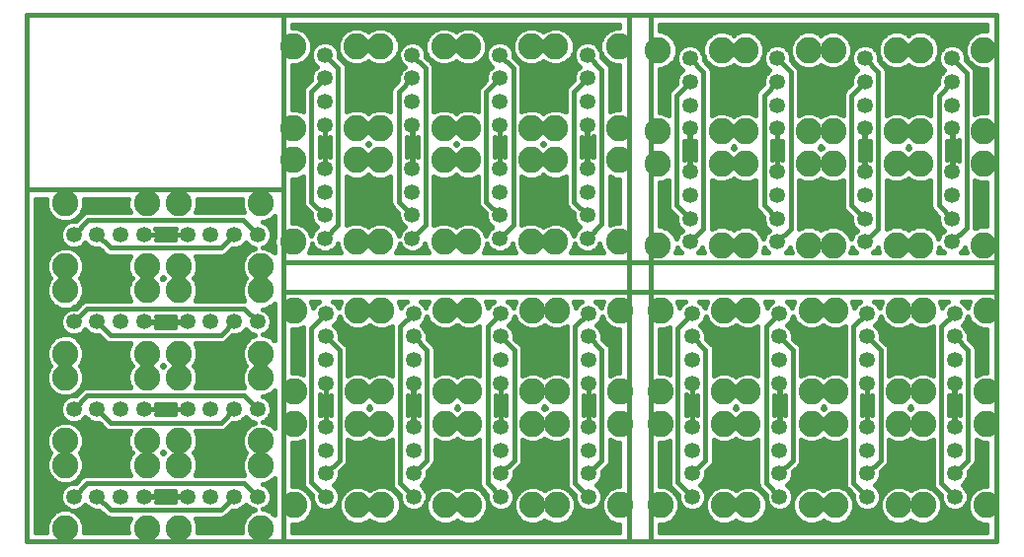
<source format=gbl>
G75*
%MOIN*%
%OFA0B0*%
%FSLAX24Y24*%
%IPPOS*%
%LPD*%
%AMOC8*
5,1,8,0,0,1.08239X$1,22.5*
%
%ADD10C,0.0160*%
%ADD11C,0.0531*%
%ADD12C,0.0886*%
D10*
X003393Y003471D02*
X003393Y015361D01*
X003393Y021267D01*
X012054Y021267D01*
X012054Y015361D01*
X012054Y012920D01*
X036109Y012920D01*
X036109Y021267D01*
X024456Y021267D01*
X024456Y003471D01*
X036109Y003471D01*
X036109Y011897D01*
X012054Y011897D01*
X012054Y012920D01*
X011744Y013226D02*
X011651Y013320D01*
X011414Y013418D01*
X011364Y013418D01*
X011444Y013451D01*
X011575Y013582D01*
X011646Y013753D01*
X011646Y013938D01*
X011575Y014109D01*
X011444Y014240D01*
X011364Y014273D01*
X011414Y014273D01*
X011651Y014371D01*
X011744Y014465D01*
X011744Y013752D01*
X011738Y013737D01*
X011738Y013481D01*
X011744Y013467D01*
X011744Y013226D01*
X011744Y013298D02*
X011672Y013298D01*
X011744Y013457D02*
X011450Y013457D01*
X011589Y013615D02*
X011738Y013615D01*
X011744Y013774D02*
X011646Y013774D01*
X011646Y013932D02*
X011744Y013932D01*
X011744Y014091D02*
X011583Y014091D01*
X011422Y014249D02*
X011744Y014249D01*
X011744Y014408D02*
X011687Y014408D01*
X012364Y014408D02*
X012987Y014408D01*
X012986Y014410D02*
X013057Y014239D01*
X013187Y014109D01*
X013057Y013979D01*
X012990Y013818D01*
X012926Y013973D01*
X012745Y014154D01*
X012509Y014252D01*
X012364Y014252D01*
X012364Y015722D01*
X012509Y015722D01*
X012719Y015809D01*
X012719Y014900D01*
X012762Y014797D01*
X012840Y014718D01*
X012986Y014573D01*
X012986Y014410D01*
X012986Y014566D02*
X012364Y014566D01*
X012364Y014725D02*
X012834Y014725D01*
X012726Y014883D02*
X012364Y014883D01*
X012364Y015042D02*
X012719Y015042D01*
X012719Y015200D02*
X012364Y015200D01*
X012364Y015359D02*
X012719Y015359D01*
X012719Y015517D02*
X012364Y015517D01*
X012364Y015676D02*
X012719Y015676D01*
X012054Y015361D02*
X003393Y015361D01*
X003703Y015051D02*
X004052Y015051D01*
X004049Y015044D01*
X004049Y014788D01*
X004147Y014552D01*
X004328Y014371D01*
X004564Y014273D01*
X004795Y014273D01*
X004716Y014240D01*
X004584Y014109D01*
X004514Y013938D01*
X004514Y013753D01*
X004584Y013582D01*
X004716Y013451D01*
X004795Y013418D01*
X004564Y013418D01*
X004328Y013320D01*
X004147Y013139D01*
X004049Y012902D01*
X004049Y012647D01*
X004147Y012410D01*
X004188Y012369D01*
X004147Y012328D01*
X004049Y012091D01*
X004049Y011836D01*
X004147Y011599D01*
X004328Y011419D01*
X004564Y011321D01*
X004795Y011321D01*
X004716Y011288D01*
X004584Y011157D01*
X004514Y010985D01*
X004514Y010800D01*
X004584Y010629D01*
X004716Y010498D01*
X004795Y010465D01*
X004564Y010465D01*
X004328Y010367D01*
X004147Y010186D01*
X004049Y009950D01*
X004049Y009694D01*
X004147Y009458D01*
X004188Y009416D01*
X004147Y009375D01*
X004049Y009139D01*
X004049Y008883D01*
X004147Y008647D01*
X004328Y008466D01*
X004564Y008368D01*
X004795Y008368D01*
X004716Y008335D01*
X004584Y008204D01*
X004514Y008033D01*
X004514Y007847D01*
X004584Y007676D01*
X004716Y007545D01*
X004795Y007512D01*
X004564Y007512D01*
X004328Y007414D01*
X004147Y007233D01*
X004049Y006997D01*
X004049Y006741D01*
X004147Y006505D01*
X004188Y006464D01*
X004147Y006422D01*
X004049Y006186D01*
X004049Y005930D01*
X004147Y005694D01*
X004328Y005513D01*
X004564Y005415D01*
X004795Y005415D01*
X004716Y005382D01*
X004584Y005251D01*
X004514Y005080D01*
X004514Y004895D01*
X004584Y004723D01*
X004716Y004592D01*
X004795Y004559D01*
X004564Y004559D01*
X004328Y004461D01*
X004147Y004281D01*
X004049Y004044D01*
X004049Y003788D01*
X004052Y003781D01*
X003703Y003781D01*
X003703Y015051D01*
X003703Y015042D02*
X004049Y015042D01*
X004049Y014883D02*
X003703Y014883D01*
X003703Y014725D02*
X004075Y014725D01*
X004141Y014566D02*
X003703Y014566D01*
X003703Y014408D02*
X004291Y014408D01*
X004577Y014091D02*
X003703Y014091D01*
X003703Y014249D02*
X004738Y014249D01*
X004911Y014311D02*
X005049Y014311D01*
X005313Y014575D01*
X005416Y014618D01*
X006876Y014618D01*
X006805Y014788D01*
X006805Y015044D01*
X006808Y015051D01*
X005332Y015051D01*
X005335Y015044D01*
X005335Y014788D01*
X005237Y014552D01*
X005056Y014371D01*
X004911Y014311D01*
X005093Y014408D02*
X005146Y014408D01*
X005243Y014566D02*
X005304Y014566D01*
X005309Y014725D02*
X006831Y014725D01*
X006805Y014883D02*
X005335Y014883D01*
X005335Y015042D02*
X006805Y015042D01*
X007734Y014058D02*
X008426Y014058D01*
X008405Y014017D01*
X008383Y013950D01*
X008372Y013881D01*
X008372Y013854D01*
X008809Y013854D01*
X008809Y013837D01*
X008372Y013837D01*
X008372Y013810D01*
X008383Y013741D01*
X008405Y013674D01*
X008406Y013673D01*
X007754Y013673D01*
X007755Y013674D01*
X007776Y013741D01*
X007787Y013810D01*
X007787Y013837D01*
X007350Y013837D01*
X007350Y013854D01*
X007787Y013854D01*
X007787Y013881D01*
X007776Y013950D01*
X007755Y014017D01*
X007734Y014058D01*
X007779Y013932D02*
X008380Y013932D01*
X008378Y013774D02*
X007782Y013774D01*
X007342Y013845D02*
X008818Y013845D01*
X009086Y013113D02*
X009996Y013113D01*
X010099Y013155D01*
X010177Y013234D01*
X010323Y013380D01*
X010485Y013380D01*
X010657Y013451D01*
X010786Y013581D01*
X010916Y013451D01*
X011077Y013384D01*
X010922Y013320D01*
X010741Y013139D01*
X010644Y012902D01*
X010644Y012647D01*
X010741Y012410D01*
X010783Y012369D01*
X010741Y012328D01*
X010644Y012091D01*
X010644Y011836D01*
X010731Y011625D01*
X009086Y011625D01*
X009173Y011836D01*
X009173Y012091D01*
X009076Y012328D01*
X009034Y012369D01*
X009076Y012410D01*
X009173Y012647D01*
X009173Y012902D01*
X009086Y013113D01*
X009141Y012981D02*
X010676Y012981D01*
X010644Y012823D02*
X009173Y012823D01*
X009173Y012664D02*
X010644Y012664D01*
X010702Y012506D02*
X009115Y012506D01*
X009056Y012347D02*
X010761Y012347D01*
X010684Y012189D02*
X009133Y012189D01*
X009173Y012030D02*
X010644Y012030D01*
X010644Y011872D02*
X009173Y011872D01*
X009123Y011713D02*
X010694Y011713D01*
X010727Y011345D02*
X005432Y011345D01*
X004979Y010893D01*
X004553Y011079D02*
X003703Y011079D01*
X003703Y010921D02*
X004514Y010921D01*
X004529Y010762D02*
X003703Y010762D01*
X003703Y010604D02*
X004609Y010604D01*
X004517Y010445D02*
X003703Y010445D01*
X003703Y010287D02*
X004248Y010287D01*
X004123Y010128D02*
X003703Y010128D01*
X003703Y009970D02*
X004057Y009970D01*
X004049Y009811D02*
X003703Y009811D01*
X003703Y009653D02*
X004066Y009653D01*
X004132Y009494D02*
X003703Y009494D01*
X003703Y009336D02*
X004131Y009336D01*
X004065Y009177D02*
X003703Y009177D01*
X003703Y009019D02*
X004049Y009019D01*
X004058Y008860D02*
X003703Y008860D01*
X003703Y008702D02*
X004124Y008702D01*
X004250Y008543D02*
X003703Y008543D01*
X003703Y008385D02*
X004523Y008385D01*
X004607Y008226D02*
X003703Y008226D01*
X003703Y008068D02*
X004528Y008068D01*
X004514Y007909D02*
X003703Y007909D01*
X003703Y007751D02*
X004553Y007751D01*
X004668Y007592D02*
X003703Y007592D01*
X003703Y007434D02*
X004376Y007434D01*
X004189Y007275D02*
X003703Y007275D01*
X003703Y007117D02*
X004099Y007117D01*
X004049Y006958D02*
X003703Y006958D01*
X003703Y006800D02*
X004049Y006800D01*
X004090Y006641D02*
X003703Y006641D01*
X003703Y006483D02*
X004169Y006483D01*
X004106Y006324D02*
X003703Y006324D01*
X003703Y006166D02*
X004049Y006166D01*
X004049Y006007D02*
X003703Y006007D01*
X003703Y005849D02*
X004083Y005849D01*
X004150Y005690D02*
X003703Y005690D01*
X003703Y005532D02*
X004309Y005532D01*
X004707Y005373D02*
X003703Y005373D01*
X003703Y005215D02*
X004570Y005215D01*
X004514Y005056D02*
X003703Y005056D01*
X003703Y004898D02*
X004514Y004898D01*
X004578Y004739D02*
X003703Y004739D01*
X003703Y004581D02*
X004743Y004581D01*
X004911Y004521D02*
X005056Y004461D01*
X005237Y004281D01*
X005335Y004044D01*
X005335Y003788D01*
X005332Y003781D01*
X006808Y003781D01*
X006805Y003788D01*
X006805Y004044D01*
X006892Y004254D01*
X006164Y004254D01*
X006061Y004297D01*
X005836Y004521D01*
X005674Y004521D01*
X005503Y004592D01*
X005373Y004722D01*
X005243Y004592D01*
X005072Y004521D01*
X004911Y004521D01*
X005095Y004422D02*
X005935Y004422D01*
X006141Y004264D02*
X005244Y004264D01*
X005309Y004105D02*
X006830Y004105D01*
X006805Y003947D02*
X005335Y003947D01*
X005335Y003788D02*
X006805Y003788D01*
X006219Y004534D02*
X005767Y004987D01*
X005432Y005440D02*
X010727Y005440D01*
X011180Y004987D01*
X011364Y005415D02*
X011414Y005415D01*
X011651Y005513D01*
X011744Y005607D01*
X011744Y004368D01*
X011651Y004461D01*
X011414Y004559D01*
X011364Y004559D01*
X011444Y004592D01*
X011575Y004723D01*
X011646Y004895D01*
X011646Y005080D01*
X011575Y005251D01*
X011444Y005382D01*
X011364Y005415D01*
X011453Y005373D02*
X011744Y005373D01*
X011744Y005215D02*
X011590Y005215D01*
X011646Y005056D02*
X011744Y005056D01*
X011744Y004898D02*
X011646Y004898D01*
X011582Y004739D02*
X011744Y004739D01*
X011744Y004581D02*
X011416Y004581D01*
X011690Y004422D02*
X011744Y004422D01*
X012364Y004049D02*
X012548Y004049D01*
X012784Y004147D01*
X012965Y004328D01*
X013063Y004564D01*
X013063Y004795D01*
X013096Y004716D01*
X013227Y004584D01*
X013398Y004514D01*
X013584Y004514D01*
X013755Y004584D01*
X013886Y004716D01*
X013919Y004795D01*
X013919Y004564D01*
X014017Y004328D01*
X014198Y004147D01*
X014434Y004049D01*
X014690Y004049D01*
X014926Y004147D01*
X014968Y004188D01*
X015009Y004147D01*
X015245Y004049D01*
X015501Y004049D01*
X015737Y004147D01*
X015918Y004328D01*
X016016Y004564D01*
X016016Y004795D01*
X016049Y004716D01*
X016180Y004584D01*
X016351Y004514D01*
X016537Y004514D01*
X016708Y004584D01*
X016839Y004716D01*
X016872Y004795D01*
X016872Y004564D01*
X016970Y004328D01*
X017151Y004147D01*
X017387Y004049D01*
X017643Y004049D01*
X017879Y004147D01*
X017920Y004188D01*
X017962Y004147D01*
X018198Y004049D01*
X018454Y004049D01*
X018690Y004147D01*
X018871Y004328D01*
X018969Y004564D01*
X018969Y004795D01*
X019002Y004716D01*
X019133Y004584D01*
X019304Y004514D01*
X019489Y004514D01*
X019660Y004584D01*
X019791Y004716D01*
X019825Y004795D01*
X019825Y004564D01*
X019922Y004328D01*
X020103Y004147D01*
X020340Y004049D01*
X020595Y004049D01*
X020832Y004147D01*
X020873Y004188D01*
X020914Y004147D01*
X021151Y004049D01*
X021406Y004049D01*
X021643Y004147D01*
X021824Y004328D01*
X021921Y004564D01*
X021921Y004795D01*
X021955Y004716D01*
X022086Y004584D01*
X022257Y004514D01*
X022442Y004514D01*
X022613Y004584D01*
X022744Y004716D01*
X022777Y004795D01*
X022777Y004564D01*
X022875Y004328D01*
X023056Y004147D01*
X023292Y004049D01*
X023398Y004049D01*
X023398Y003781D01*
X012364Y003781D01*
X012364Y004049D01*
X012364Y003947D02*
X023398Y003947D01*
X023398Y003788D02*
X012364Y003788D01*
X012054Y003511D02*
X012054Y011897D01*
X011744Y011512D02*
X011744Y010273D01*
X011651Y010367D01*
X011414Y010465D01*
X011364Y010465D01*
X011444Y010498D01*
X011575Y010629D01*
X011646Y010800D01*
X011646Y010985D01*
X011575Y011157D01*
X011444Y011288D01*
X011364Y011321D01*
X011414Y011321D01*
X011651Y011419D01*
X011744Y011512D01*
X011744Y011396D02*
X011597Y011396D01*
X011494Y011238D02*
X011744Y011238D01*
X011744Y011079D02*
X011607Y011079D01*
X011646Y010921D02*
X011744Y010921D01*
X011744Y010762D02*
X011630Y010762D01*
X011550Y010604D02*
X011744Y010604D01*
X011744Y010445D02*
X011461Y010445D01*
X011731Y010287D02*
X011744Y010287D01*
X012364Y010287D02*
X012719Y010287D01*
X012719Y010445D02*
X012364Y010445D01*
X012364Y010604D02*
X012719Y010604D01*
X012719Y010714D02*
X012548Y010644D01*
X012364Y010644D01*
X012364Y009173D01*
X012548Y009173D01*
X012719Y009103D01*
X012719Y010714D01*
X012999Y010688D02*
X012999Y005471D01*
X013491Y004979D01*
X013086Y004739D02*
X013063Y004739D01*
X013063Y004581D02*
X013236Y004581D01*
X013005Y004422D02*
X013978Y004422D01*
X013919Y004581D02*
X013746Y004581D01*
X013896Y004739D02*
X013919Y004739D01*
X013957Y004911D02*
X013957Y005072D01*
X013886Y005243D01*
X013756Y005373D01*
X013886Y005503D01*
X013957Y005674D01*
X013957Y005837D01*
X014181Y006061D01*
X014224Y006164D01*
X014224Y006892D01*
X014434Y006805D01*
X014690Y006805D01*
X014926Y006903D01*
X014968Y006944D01*
X015009Y006903D01*
X015245Y006805D01*
X015501Y006805D01*
X015711Y006892D01*
X015711Y005376D01*
X015754Y005273D01*
X015978Y005049D01*
X015978Y004911D01*
X015918Y005056D01*
X015737Y005237D01*
X015501Y005335D01*
X015245Y005335D01*
X015009Y005237D01*
X014968Y005196D01*
X014926Y005237D01*
X014690Y005335D01*
X014434Y005335D01*
X014198Y005237D01*
X014017Y005056D01*
X013957Y004911D01*
X013957Y005056D02*
X014017Y005056D01*
X013898Y005215D02*
X014176Y005215D01*
X013757Y005373D02*
X015712Y005373D01*
X015711Y005532D02*
X013898Y005532D01*
X013957Y005690D02*
X015711Y005690D01*
X015711Y005849D02*
X013969Y005849D01*
X014128Y006007D02*
X015711Y006007D01*
X015711Y006166D02*
X014224Y006166D01*
X014224Y006324D02*
X015711Y006324D01*
X015711Y006483D02*
X014224Y006483D01*
X014224Y006641D02*
X015711Y006641D01*
X015711Y006800D02*
X014224Y006800D01*
X013500Y007350D02*
X013483Y007350D01*
X013483Y007787D01*
X013456Y007787D01*
X013387Y007776D01*
X013320Y007755D01*
X013279Y007734D01*
X013279Y008426D01*
X013320Y008405D01*
X013387Y008383D01*
X013456Y008372D01*
X013483Y008372D01*
X013483Y008809D01*
X013500Y008809D01*
X013500Y008372D01*
X013526Y008372D01*
X013596Y008383D01*
X013662Y008405D01*
X013664Y008406D01*
X013664Y007754D01*
X013662Y007755D01*
X013596Y007776D01*
X013526Y007787D01*
X013500Y007787D01*
X013500Y007350D01*
X013491Y007342D02*
X013491Y008818D01*
X013483Y008702D02*
X013500Y008702D01*
X013483Y008543D02*
X013500Y008543D01*
X013483Y008385D02*
X013500Y008385D01*
X013601Y008385D02*
X013664Y008385D01*
X013664Y008226D02*
X013279Y008226D01*
X013279Y008068D02*
X013664Y008068D01*
X013664Y007909D02*
X013279Y007909D01*
X013279Y007751D02*
X013313Y007751D01*
X013483Y007751D02*
X013500Y007751D01*
X013483Y007592D02*
X013500Y007592D01*
X013483Y007434D02*
X013500Y007434D01*
X012719Y006876D02*
X012719Y005416D01*
X012762Y005313D01*
X013025Y005049D01*
X013025Y004911D01*
X012965Y005056D01*
X012784Y005237D01*
X012548Y005335D01*
X012364Y005335D01*
X012364Y006805D01*
X012548Y006805D01*
X012719Y006876D01*
X012719Y006800D02*
X012364Y006800D01*
X012364Y006641D02*
X012719Y006641D01*
X012719Y006483D02*
X012364Y006483D01*
X012364Y006324D02*
X012719Y006324D01*
X012719Y006166D02*
X012364Y006166D01*
X012364Y006007D02*
X012719Y006007D01*
X012719Y005849D02*
X012364Y005849D01*
X012364Y005690D02*
X012719Y005690D01*
X012719Y005532D02*
X012364Y005532D01*
X012364Y005373D02*
X012737Y005373D01*
X012806Y005215D02*
X012860Y005215D01*
X012965Y005056D02*
X013018Y005056D01*
X012902Y004264D02*
X014081Y004264D01*
X014298Y004105D02*
X012684Y004105D01*
X011077Y004526D02*
X010922Y004461D01*
X010741Y004281D01*
X010644Y004044D01*
X010644Y003788D01*
X010646Y003781D01*
X009171Y003781D01*
X009173Y003788D01*
X009173Y004044D01*
X009086Y004254D01*
X009996Y004254D01*
X010099Y004297D01*
X010177Y004376D01*
X010323Y004521D01*
X010485Y004521D01*
X010657Y004592D01*
X010786Y004722D01*
X010916Y004592D01*
X011077Y004526D01*
X010944Y004581D02*
X010629Y004581D01*
X010883Y004422D02*
X010224Y004422D01*
X010019Y004264D02*
X010735Y004264D01*
X010669Y004105D02*
X009148Y004105D01*
X009173Y003947D02*
X010644Y003947D01*
X010644Y003788D02*
X009173Y003788D01*
X009940Y004534D02*
X006219Y004534D01*
X005530Y004581D02*
X005216Y004581D01*
X004979Y004987D02*
X005432Y005440D01*
X005305Y005690D02*
X005234Y005690D01*
X005237Y005694D02*
X005335Y005930D01*
X005335Y006186D01*
X005237Y006422D01*
X005196Y006464D01*
X005237Y006505D01*
X005335Y006741D01*
X005335Y006997D01*
X005237Y007233D01*
X005056Y007414D01*
X004911Y007474D01*
X005072Y007474D01*
X005243Y007545D01*
X005373Y007675D01*
X005503Y007545D01*
X005674Y007474D01*
X005836Y007474D01*
X006061Y007250D01*
X006164Y007207D01*
X006892Y007207D01*
X006805Y006997D01*
X006805Y006741D01*
X006903Y006505D01*
X006944Y006464D01*
X006903Y006422D01*
X006805Y006186D01*
X006805Y005930D01*
X006892Y005720D01*
X005376Y005720D01*
X005273Y005677D01*
X005195Y005599D01*
X005049Y005453D01*
X004911Y005453D01*
X005056Y005513D01*
X005237Y005694D01*
X005301Y005849D02*
X006839Y005849D01*
X006805Y006007D02*
X005335Y006007D01*
X005335Y006166D02*
X006805Y006166D01*
X006862Y006324D02*
X005277Y006324D01*
X005215Y006483D02*
X006925Y006483D01*
X006846Y006641D02*
X005294Y006641D01*
X005335Y006800D02*
X006805Y006800D01*
X006805Y006958D02*
X005335Y006958D01*
X005285Y007117D02*
X006855Y007117D01*
X006219Y007487D02*
X005767Y007940D01*
X005456Y007592D02*
X005290Y007592D01*
X005008Y007434D02*
X005877Y007434D01*
X006035Y007275D02*
X005195Y007275D01*
X004979Y007940D02*
X005432Y008393D01*
X010727Y008393D01*
X011180Y007940D01*
X011364Y007512D02*
X011444Y007545D01*
X011575Y007676D01*
X011646Y007847D01*
X011646Y008033D01*
X011575Y008204D01*
X011444Y008335D01*
X011364Y008368D01*
X011414Y008368D01*
X011651Y008466D01*
X011744Y008559D01*
X011744Y007321D01*
X011651Y007414D01*
X011414Y007512D01*
X011364Y007512D01*
X011491Y007592D02*
X011744Y007592D01*
X011744Y007434D02*
X011603Y007434D01*
X011077Y007478D02*
X010922Y007414D01*
X010741Y007233D01*
X010644Y006997D01*
X010644Y006741D01*
X010741Y006505D01*
X010783Y006464D01*
X010741Y006422D01*
X010644Y006186D01*
X010644Y005930D01*
X010731Y005720D01*
X009086Y005720D01*
X009173Y005930D01*
X009173Y006186D01*
X009076Y006422D01*
X009034Y006464D01*
X009076Y006505D01*
X009173Y006741D01*
X009173Y006997D01*
X009086Y007207D01*
X009996Y007207D01*
X010099Y007250D01*
X010177Y007329D01*
X010323Y007474D01*
X010485Y007474D01*
X010657Y007545D01*
X010786Y007675D01*
X010916Y007545D01*
X011077Y007478D01*
X010970Y007434D02*
X010283Y007434D01*
X010124Y007275D02*
X010784Y007275D01*
X010693Y007117D02*
X009124Y007117D01*
X009173Y006958D02*
X010644Y006958D01*
X010644Y006800D02*
X009173Y006800D01*
X009132Y006641D02*
X010685Y006641D01*
X010763Y006483D02*
X009054Y006483D01*
X009116Y006324D02*
X010701Y006324D01*
X010644Y006166D02*
X009173Y006166D01*
X009173Y006007D02*
X010644Y006007D01*
X010677Y005849D02*
X009140Y005849D01*
X008809Y004996D02*
X008372Y004996D01*
X008372Y005022D01*
X008383Y005092D01*
X008405Y005158D01*
X008406Y005160D01*
X007754Y005160D01*
X007755Y005158D01*
X007776Y005092D01*
X007787Y005022D01*
X007787Y004996D01*
X007350Y004996D01*
X007350Y004979D01*
X007787Y004979D01*
X007787Y004952D01*
X007776Y004883D01*
X007755Y004816D01*
X007754Y004814D01*
X008406Y004814D01*
X008405Y004816D01*
X008383Y004883D01*
X008372Y004952D01*
X008372Y004979D01*
X008809Y004979D01*
X008809Y004996D01*
X008818Y004987D02*
X007342Y004987D01*
X007782Y005056D02*
X008378Y005056D01*
X008381Y004898D02*
X007779Y004898D01*
X007989Y006426D02*
X007952Y006464D01*
X007989Y006501D01*
X008027Y006464D01*
X007989Y006426D01*
X007971Y006483D02*
X008007Y006483D01*
X006219Y007487D02*
X009940Y007487D01*
X010393Y007940D01*
X010704Y007592D02*
X010869Y007592D01*
X011606Y007751D02*
X011744Y007751D01*
X011744Y007909D02*
X011646Y007909D01*
X011631Y008068D02*
X011744Y008068D01*
X011744Y008226D02*
X011552Y008226D01*
X011455Y008385D02*
X011744Y008385D01*
X011728Y008543D02*
X011744Y008543D01*
X012364Y009177D02*
X012719Y009177D01*
X012719Y009336D02*
X012364Y009336D01*
X012364Y009494D02*
X012719Y009494D01*
X012719Y009653D02*
X012364Y009653D01*
X012364Y009811D02*
X012719Y009811D01*
X012719Y009970D02*
X012364Y009970D01*
X012364Y010128D02*
X012719Y010128D01*
X012999Y010688D02*
X013491Y011180D01*
X013063Y011364D02*
X013063Y011414D01*
X012992Y011587D01*
X013256Y011587D01*
X013227Y011575D01*
X013096Y011444D01*
X013063Y011364D01*
X013063Y011396D02*
X013077Y011396D01*
X013005Y011555D02*
X013207Y011555D01*
X013727Y011587D02*
X013990Y011587D01*
X013919Y011414D01*
X013919Y011364D01*
X013886Y011444D01*
X013755Y011575D01*
X013727Y011587D01*
X013775Y011555D02*
X013977Y011555D01*
X013919Y011396D02*
X013906Y011396D01*
X013953Y011077D02*
X014017Y010922D01*
X014198Y010741D01*
X014434Y010644D01*
X014690Y010644D01*
X014926Y010741D01*
X014968Y010783D01*
X015009Y010741D01*
X015245Y010644D01*
X015501Y010644D01*
X015711Y010731D01*
X015711Y009086D01*
X015501Y009173D01*
X015245Y009173D01*
X015009Y009076D01*
X014968Y009034D01*
X014926Y009076D01*
X014690Y009173D01*
X014434Y009173D01*
X014224Y009086D01*
X014224Y009996D01*
X014181Y010099D01*
X014103Y010177D01*
X013957Y010323D01*
X013957Y010485D01*
X013886Y010657D01*
X013756Y010786D01*
X013886Y010916D01*
X013953Y011077D01*
X013888Y010921D02*
X014018Y010921D01*
X014177Y010762D02*
X013780Y010762D01*
X013908Y010604D02*
X015711Y010604D01*
X015711Y010445D02*
X013957Y010445D01*
X013993Y010287D02*
X015711Y010287D01*
X015711Y010128D02*
X014151Y010128D01*
X014224Y009970D02*
X015711Y009970D01*
X015711Y009811D02*
X014224Y009811D01*
X014224Y009653D02*
X015711Y009653D01*
X015711Y009494D02*
X014224Y009494D01*
X014224Y009336D02*
X015711Y009336D01*
X015711Y009177D02*
X014224Y009177D01*
X013944Y009940D02*
X013944Y006219D01*
X013491Y005767D01*
X014948Y005215D02*
X014987Y005215D01*
X015759Y005215D02*
X015812Y005215D01*
X015918Y005056D02*
X015971Y005056D01*
X016016Y004739D02*
X016039Y004739D01*
X016016Y004581D02*
X016189Y004581D01*
X015957Y004422D02*
X016930Y004422D01*
X016872Y004581D02*
X016699Y004581D01*
X016849Y004739D02*
X016872Y004739D01*
X016910Y004911D02*
X016910Y005072D01*
X016839Y005243D01*
X016709Y005373D01*
X016839Y005503D01*
X016910Y005674D01*
X016910Y005836D01*
X017055Y005982D01*
X017134Y006061D01*
X017177Y006164D01*
X017177Y006892D01*
X017387Y006805D01*
X017643Y006805D01*
X017879Y006903D01*
X017920Y006944D01*
X017962Y006903D01*
X018198Y006805D01*
X018454Y006805D01*
X018664Y006892D01*
X018664Y005376D01*
X018707Y005273D01*
X018785Y005195D01*
X018931Y005049D01*
X018931Y004911D01*
X018871Y005056D01*
X018690Y005237D01*
X018454Y005335D01*
X018198Y005335D01*
X017962Y005237D01*
X017920Y005196D01*
X017879Y005237D01*
X017643Y005335D01*
X017387Y005335D01*
X017151Y005237D01*
X016970Y005056D01*
X016910Y004911D01*
X016910Y005056D02*
X016970Y005056D01*
X016850Y005215D02*
X017129Y005215D01*
X016709Y005373D02*
X018665Y005373D01*
X018664Y005532D02*
X016851Y005532D01*
X016910Y005690D02*
X018664Y005690D01*
X018664Y005849D02*
X016922Y005849D01*
X017081Y006007D02*
X018664Y006007D01*
X018664Y006166D02*
X017177Y006166D01*
X017177Y006324D02*
X018664Y006324D01*
X018664Y006483D02*
X017177Y006483D01*
X017177Y006641D02*
X018664Y006641D01*
X018664Y006800D02*
X017177Y006800D01*
X016452Y007350D02*
X016435Y007350D01*
X016435Y007787D01*
X016409Y007787D01*
X016340Y007776D01*
X016273Y007755D01*
X016271Y007754D01*
X016271Y008406D01*
X016273Y008405D01*
X016340Y008383D01*
X016409Y008372D01*
X016435Y008372D01*
X016435Y008809D01*
X016452Y008809D01*
X016452Y008372D01*
X016479Y008372D01*
X016548Y008383D01*
X016615Y008405D01*
X016617Y008406D01*
X016617Y007754D01*
X016615Y007755D01*
X016548Y007776D01*
X016479Y007787D01*
X016452Y007787D01*
X016452Y007350D01*
X016444Y007342D02*
X016444Y008818D01*
X016435Y008702D02*
X016452Y008702D01*
X016435Y008543D02*
X016452Y008543D01*
X016435Y008385D02*
X016452Y008385D01*
X016554Y008385D02*
X016617Y008385D01*
X016617Y008226D02*
X016271Y008226D01*
X016271Y008068D02*
X016617Y008068D01*
X016617Y007909D02*
X016271Y007909D01*
X016435Y007751D02*
X016452Y007751D01*
X016435Y007592D02*
X016452Y007592D01*
X016435Y007434D02*
X016452Y007434D01*
X015005Y007989D02*
X014968Y007952D01*
X014930Y007989D01*
X014968Y008027D01*
X015005Y007989D01*
X016271Y008385D02*
X016334Y008385D01*
X017177Y009086D02*
X017177Y009996D01*
X017134Y010099D01*
X016910Y010323D01*
X016910Y010485D01*
X016839Y010657D01*
X016709Y010786D01*
X016839Y010916D01*
X016905Y011077D01*
X016970Y010922D01*
X017151Y010741D01*
X017387Y010644D01*
X017643Y010644D01*
X017879Y010741D01*
X017920Y010783D01*
X017962Y010741D01*
X018198Y010644D01*
X018454Y010644D01*
X018664Y010731D01*
X018664Y009086D01*
X018454Y009173D01*
X018198Y009173D01*
X017962Y009076D01*
X017920Y009034D01*
X017879Y009076D01*
X017643Y009173D01*
X017387Y009173D01*
X017177Y009086D01*
X017177Y009177D02*
X018664Y009177D01*
X018664Y009336D02*
X017177Y009336D01*
X017177Y009494D02*
X018664Y009494D01*
X018664Y009653D02*
X017177Y009653D01*
X017177Y009811D02*
X018664Y009811D01*
X018664Y009970D02*
X017177Y009970D01*
X017104Y010128D02*
X018664Y010128D01*
X018664Y010287D02*
X016946Y010287D01*
X016910Y010445D02*
X018664Y010445D01*
X018664Y010604D02*
X016861Y010604D01*
X016733Y010762D02*
X017129Y010762D01*
X016971Y010921D02*
X016841Y010921D01*
X016872Y011364D02*
X016839Y011444D01*
X016708Y011575D01*
X016679Y011587D01*
X016943Y011587D01*
X016872Y011414D01*
X016872Y011364D01*
X016872Y011396D02*
X016858Y011396D01*
X016930Y011555D02*
X016728Y011555D01*
X016208Y011587D02*
X015945Y011587D01*
X016016Y011414D01*
X016016Y011364D01*
X016049Y011444D01*
X016180Y011575D01*
X016208Y011587D01*
X016160Y011555D02*
X015958Y011555D01*
X016016Y011396D02*
X016029Y011396D01*
X016444Y011180D02*
X015991Y010727D01*
X015991Y005432D01*
X016444Y004979D01*
X015854Y004264D02*
X017034Y004264D01*
X017251Y004105D02*
X015637Y004105D01*
X015109Y004105D02*
X014826Y004105D01*
X016444Y005767D02*
X016897Y006219D01*
X016897Y009940D01*
X016444Y010393D01*
X017900Y010762D02*
X017941Y010762D01*
X018944Y010727D02*
X019397Y011180D01*
X019825Y011364D02*
X019791Y011444D01*
X019660Y011575D01*
X019632Y011587D01*
X019896Y011587D01*
X019825Y011414D01*
X019825Y011364D01*
X019825Y011396D02*
X019811Y011396D01*
X019883Y011555D02*
X019680Y011555D01*
X019161Y011587D02*
X018897Y011587D01*
X018969Y011414D01*
X018969Y011364D01*
X019002Y011444D01*
X019133Y011575D01*
X019161Y011587D01*
X019113Y011555D02*
X018910Y011555D01*
X018969Y011396D02*
X018982Y011396D01*
X018944Y010727D02*
X018944Y005432D01*
X019397Y004979D01*
X019803Y005215D02*
X020081Y005215D01*
X020103Y005237D02*
X019922Y005056D01*
X019862Y004911D01*
X019862Y005072D01*
X019791Y005243D01*
X019662Y005373D01*
X019791Y005503D01*
X019862Y005674D01*
X019862Y005836D01*
X020087Y006061D01*
X020129Y006164D01*
X020129Y006892D01*
X020340Y006805D01*
X020595Y006805D01*
X020832Y006903D01*
X020873Y006944D01*
X020914Y006903D01*
X021151Y006805D01*
X021406Y006805D01*
X021617Y006892D01*
X021617Y005376D01*
X021659Y005273D01*
X021738Y005195D01*
X021884Y005049D01*
X021884Y004911D01*
X021824Y005056D01*
X021643Y005237D01*
X021406Y005335D01*
X021151Y005335D01*
X020914Y005237D01*
X020873Y005196D01*
X020832Y005237D01*
X020595Y005335D01*
X020340Y005335D01*
X020103Y005237D01*
X019923Y005056D02*
X019862Y005056D01*
X019825Y004739D02*
X019801Y004739D01*
X019825Y004581D02*
X019652Y004581D01*
X019883Y004422D02*
X018910Y004422D01*
X018969Y004581D02*
X019141Y004581D01*
X018992Y004739D02*
X018969Y004739D01*
X018924Y005056D02*
X018870Y005056D01*
X018765Y005215D02*
X018712Y005215D01*
X017940Y005215D02*
X017901Y005215D01*
X018807Y004264D02*
X019986Y004264D01*
X020203Y004105D02*
X018590Y004105D01*
X018062Y004105D02*
X017779Y004105D01*
X019662Y005373D02*
X021618Y005373D01*
X021617Y005532D02*
X019804Y005532D01*
X019862Y005690D02*
X021617Y005690D01*
X021617Y005849D02*
X019875Y005849D01*
X020033Y006007D02*
X021617Y006007D01*
X021617Y006166D02*
X020129Y006166D01*
X020129Y006324D02*
X021617Y006324D01*
X021617Y006483D02*
X020129Y006483D01*
X020129Y006641D02*
X021617Y006641D01*
X021617Y006800D02*
X020129Y006800D01*
X019405Y007350D02*
X019388Y007350D01*
X019388Y007787D01*
X019362Y007787D01*
X019292Y007776D01*
X019226Y007755D01*
X019224Y007754D01*
X019224Y008406D01*
X019226Y008405D01*
X019292Y008383D01*
X019362Y008372D01*
X019388Y008372D01*
X019388Y008809D01*
X019405Y008809D01*
X019405Y008372D01*
X019432Y008372D01*
X019501Y008383D01*
X019568Y008405D01*
X019569Y008406D01*
X019569Y007754D01*
X019568Y007755D01*
X019501Y007776D01*
X019432Y007787D01*
X019405Y007787D01*
X019405Y007350D01*
X019397Y007342D02*
X019397Y008818D01*
X019388Y008702D02*
X019405Y008702D01*
X019388Y008543D02*
X019405Y008543D01*
X019388Y008385D02*
X019405Y008385D01*
X019507Y008385D02*
X019569Y008385D01*
X019569Y008226D02*
X019224Y008226D01*
X019224Y008068D02*
X019569Y008068D01*
X019569Y007909D02*
X019224Y007909D01*
X019388Y007751D02*
X019405Y007751D01*
X019388Y007592D02*
X019405Y007592D01*
X019388Y007434D02*
X019405Y007434D01*
X020835Y007989D02*
X020873Y007952D01*
X020911Y007989D01*
X020873Y008027D01*
X020835Y007989D01*
X020873Y009034D02*
X020832Y009076D01*
X020595Y009173D01*
X020340Y009173D01*
X020129Y009086D01*
X020129Y009996D01*
X020087Y010099D01*
X020008Y010177D01*
X019862Y010323D01*
X019862Y010485D01*
X019791Y010657D01*
X019662Y010786D01*
X019791Y010916D01*
X019858Y011077D01*
X019922Y010922D01*
X020103Y010741D01*
X020340Y010644D01*
X020595Y010644D01*
X020832Y010741D01*
X020873Y010783D01*
X020914Y010741D01*
X021151Y010644D01*
X021406Y010644D01*
X021617Y010731D01*
X021617Y009086D01*
X021406Y009173D01*
X021151Y009173D01*
X020914Y009076D01*
X020873Y009034D01*
X020129Y009177D02*
X021617Y009177D01*
X021617Y009336D02*
X020129Y009336D01*
X020129Y009494D02*
X021617Y009494D01*
X021617Y009653D02*
X020129Y009653D01*
X020129Y009811D02*
X021617Y009811D01*
X021617Y009970D02*
X020129Y009970D01*
X020057Y010128D02*
X021617Y010128D01*
X021617Y010287D02*
X019898Y010287D01*
X019862Y010445D02*
X021617Y010445D01*
X021617Y010604D02*
X019813Y010604D01*
X019686Y010762D02*
X020082Y010762D01*
X019924Y010921D02*
X019793Y010921D01*
X019397Y010393D02*
X019849Y009940D01*
X019849Y006219D01*
X019397Y005767D01*
X020854Y005215D02*
X020892Y005215D01*
X021665Y005215D02*
X021718Y005215D01*
X021823Y005056D02*
X021876Y005056D01*
X021921Y004739D02*
X021945Y004739D01*
X021921Y004581D02*
X022094Y004581D01*
X021863Y004422D02*
X022836Y004422D01*
X022777Y004581D02*
X022605Y004581D01*
X022754Y004739D02*
X022777Y004739D01*
X022815Y004911D02*
X022815Y005072D01*
X022744Y005243D01*
X022614Y005373D01*
X022744Y005503D01*
X022815Y005674D01*
X022815Y005836D01*
X023040Y006061D01*
X023082Y006164D01*
X023082Y006892D01*
X023292Y006805D01*
X023398Y006805D01*
X023398Y005335D01*
X023292Y005335D01*
X023056Y005237D01*
X022875Y005056D01*
X022815Y004911D01*
X022815Y005056D02*
X022876Y005056D01*
X022756Y005215D02*
X023034Y005215D01*
X023398Y005373D02*
X022615Y005373D01*
X022756Y005532D02*
X023398Y005532D01*
X023398Y005690D02*
X022815Y005690D01*
X022828Y005849D02*
X023398Y005849D01*
X023398Y006007D02*
X022986Y006007D01*
X023082Y006166D02*
X023398Y006166D01*
X023398Y006324D02*
X023082Y006324D01*
X023082Y006483D02*
X023398Y006483D01*
X023398Y006641D02*
X023082Y006641D01*
X023082Y006800D02*
X023398Y006800D01*
X022358Y007350D02*
X022341Y007350D01*
X022341Y007787D01*
X022314Y007787D01*
X022245Y007776D01*
X022178Y007755D01*
X022177Y007754D01*
X022177Y008406D01*
X022178Y008405D01*
X022245Y008383D01*
X022314Y008372D01*
X022341Y008372D01*
X022341Y008809D01*
X022358Y008809D01*
X022358Y008372D01*
X022384Y008372D01*
X022454Y008383D01*
X022521Y008405D01*
X022522Y008406D01*
X022522Y007754D01*
X022521Y007755D01*
X022454Y007776D01*
X022384Y007787D01*
X022358Y007787D01*
X022358Y007350D01*
X022349Y007342D02*
X022349Y008818D01*
X022341Y008702D02*
X022358Y008702D01*
X022341Y008543D02*
X022358Y008543D01*
X022341Y008385D02*
X022358Y008385D01*
X022459Y008385D02*
X022522Y008385D01*
X022522Y008226D02*
X022177Y008226D01*
X022177Y008068D02*
X022522Y008068D01*
X022522Y007909D02*
X022177Y007909D01*
X022341Y007751D02*
X022358Y007751D01*
X022341Y007592D02*
X022358Y007592D01*
X022341Y007434D02*
X022358Y007434D01*
X022239Y008385D02*
X022177Y008385D01*
X023082Y009086D02*
X023082Y009996D01*
X023040Y010099D01*
X022961Y010177D01*
X022815Y010323D01*
X022815Y010485D01*
X022744Y010657D01*
X022614Y010786D01*
X022744Y010916D01*
X022811Y011077D01*
X022875Y010922D01*
X023056Y010741D01*
X023292Y010644D01*
X023398Y010644D01*
X023398Y009173D01*
X023292Y009173D01*
X023082Y009086D01*
X023082Y009177D02*
X023398Y009177D01*
X023398Y009336D02*
X023082Y009336D01*
X023082Y009494D02*
X023398Y009494D01*
X023398Y009653D02*
X023082Y009653D01*
X023082Y009811D02*
X023398Y009811D01*
X023398Y009970D02*
X023082Y009970D01*
X023010Y010128D02*
X023398Y010128D01*
X023398Y010287D02*
X022851Y010287D01*
X022815Y010445D02*
X023398Y010445D01*
X023398Y010604D02*
X022766Y010604D01*
X022638Y010762D02*
X023035Y010762D01*
X022877Y010921D02*
X022746Y010921D01*
X022349Y011180D02*
X021897Y010727D01*
X021897Y005432D01*
X022349Y004979D01*
X021760Y004264D02*
X022939Y004264D01*
X023156Y004105D02*
X021543Y004105D01*
X021014Y004105D02*
X020732Y004105D01*
X022349Y005767D02*
X022802Y006219D01*
X022802Y009940D01*
X022349Y010393D01*
X021921Y011364D02*
X021921Y011414D01*
X021850Y011587D01*
X022114Y011587D01*
X022086Y011575D01*
X021955Y011444D01*
X021921Y011364D01*
X021921Y011396D02*
X021935Y011396D01*
X021863Y011555D02*
X022066Y011555D01*
X022585Y011587D02*
X022849Y011587D01*
X022777Y011414D01*
X022777Y011364D01*
X022744Y011444D01*
X022613Y011575D01*
X022585Y011587D01*
X022633Y011555D02*
X022836Y011555D01*
X022777Y011396D02*
X022764Y011396D01*
X020893Y010762D02*
X020853Y010762D01*
X021769Y013230D02*
X021784Y013245D01*
X021882Y013481D01*
X021882Y013532D01*
X021915Y013452D01*
X022046Y013321D01*
X022217Y013250D01*
X022403Y013250D01*
X022574Y013321D01*
X022705Y013452D01*
X022738Y013532D01*
X022738Y013481D01*
X022836Y013245D01*
X022851Y013230D01*
X021769Y013230D01*
X021806Y013298D02*
X022100Y013298D01*
X021913Y013457D02*
X021872Y013457D01*
X021848Y013818D02*
X021784Y013973D01*
X021603Y014154D01*
X021367Y014252D01*
X021111Y014252D01*
X020875Y014154D01*
X020834Y014113D01*
X020792Y014154D01*
X020556Y014252D01*
X020300Y014252D01*
X020090Y014165D01*
X020090Y015809D01*
X020300Y015722D01*
X020556Y015722D01*
X020792Y015820D01*
X020834Y015861D01*
X020875Y015820D01*
X021111Y015722D01*
X021367Y015722D01*
X021577Y015809D01*
X021577Y014900D01*
X021620Y014797D01*
X021699Y014718D01*
X021844Y014573D01*
X021844Y014410D01*
X021915Y014239D01*
X022045Y014109D01*
X021915Y013979D01*
X021848Y013818D01*
X021801Y013932D02*
X021896Y013932D01*
X022027Y014091D02*
X021667Y014091D01*
X021911Y014249D02*
X021374Y014249D01*
X021105Y014249D02*
X020563Y014249D01*
X020294Y014249D02*
X020090Y014249D01*
X020090Y014408D02*
X021845Y014408D01*
X021844Y014566D02*
X020090Y014566D01*
X020090Y014725D02*
X021692Y014725D01*
X021584Y014883D02*
X020090Y014883D01*
X020090Y015042D02*
X021577Y015042D01*
X021577Y015200D02*
X020090Y015200D01*
X020090Y015359D02*
X021577Y015359D01*
X021577Y015517D02*
X020090Y015517D01*
X020090Y015676D02*
X021577Y015676D01*
X020861Y015834D02*
X020807Y015834D01*
X021857Y014956D02*
X021857Y018676D01*
X022310Y019129D01*
X021886Y019321D02*
X020090Y019321D01*
X020090Y019163D02*
X021844Y019163D01*
X021844Y019222D02*
X021844Y019059D01*
X021620Y018835D01*
X021577Y018732D01*
X021577Y018004D01*
X021367Y018091D01*
X021111Y018091D01*
X020875Y017993D01*
X020834Y017952D01*
X020792Y017993D01*
X020556Y018091D01*
X020300Y018091D01*
X020090Y018004D01*
X020090Y019519D01*
X020047Y019622D01*
X019823Y019847D01*
X019823Y019985D01*
X019883Y019840D01*
X020064Y019659D01*
X020300Y019561D01*
X020556Y019561D01*
X020792Y019659D01*
X020834Y019700D01*
X020875Y019659D01*
X021111Y019561D01*
X021367Y019561D01*
X021603Y019659D01*
X021784Y019840D01*
X021844Y019985D01*
X021844Y019824D01*
X021915Y019653D01*
X022045Y019523D01*
X021915Y019393D01*
X021844Y019222D01*
X021790Y019004D02*
X020090Y019004D01*
X020090Y018846D02*
X021631Y018846D01*
X021577Y018687D02*
X020090Y018687D01*
X020090Y018529D02*
X021577Y018529D01*
X021577Y018370D02*
X020090Y018370D01*
X020090Y018212D02*
X021577Y018212D01*
X021577Y018053D02*
X021457Y018053D01*
X021021Y018053D02*
X020646Y018053D01*
X020210Y018053D02*
X020090Y018053D01*
X019366Y017546D02*
X019366Y017108D01*
X019392Y017108D01*
X019462Y017119D01*
X019528Y017141D01*
X019530Y017142D01*
X019530Y016490D01*
X019528Y016491D01*
X019462Y016513D01*
X019392Y016524D01*
X019366Y016524D01*
X019366Y016086D01*
X019349Y016086D01*
X019349Y016524D01*
X019322Y016524D01*
X019253Y016513D01*
X019186Y016491D01*
X019185Y016490D01*
X019185Y017142D01*
X019186Y017141D01*
X019253Y017119D01*
X019322Y017108D01*
X019349Y017108D01*
X019349Y017546D01*
X019366Y017546D01*
X019357Y017554D02*
X019357Y016078D01*
X019349Y016151D02*
X019366Y016151D01*
X019349Y016310D02*
X019366Y016310D01*
X019349Y016468D02*
X019366Y016468D01*
X019530Y016627D02*
X019185Y016627D01*
X019185Y016785D02*
X019530Y016785D01*
X019530Y016944D02*
X019185Y016944D01*
X019185Y017102D02*
X019530Y017102D01*
X019366Y017261D02*
X019349Y017261D01*
X019349Y017419D02*
X019366Y017419D01*
X018625Y018004D02*
X018414Y018091D01*
X018159Y018091D01*
X017922Y017993D01*
X017881Y017952D01*
X017840Y017993D01*
X017603Y018091D01*
X017348Y018091D01*
X017137Y018004D01*
X017137Y019519D01*
X017095Y019622D01*
X017016Y019701D01*
X016870Y019847D01*
X016870Y019985D01*
X016930Y019840D01*
X017111Y019659D01*
X017348Y019561D01*
X017603Y019561D01*
X017840Y019659D01*
X017881Y019700D01*
X017922Y019659D01*
X018159Y019561D01*
X018414Y019561D01*
X018651Y019659D01*
X018831Y019840D01*
X018892Y019985D01*
X018892Y019824D01*
X018962Y019653D01*
X019092Y019523D01*
X018962Y019393D01*
X018892Y019222D01*
X018892Y019059D01*
X018746Y018914D01*
X018667Y018835D01*
X018625Y018732D01*
X018625Y018004D01*
X018625Y018053D02*
X018504Y018053D01*
X018625Y018212D02*
X017137Y018212D01*
X017137Y018370D02*
X018625Y018370D01*
X018625Y018529D02*
X017137Y018529D01*
X017137Y018687D02*
X018625Y018687D01*
X018678Y018846D02*
X017137Y018846D01*
X017137Y019004D02*
X018837Y019004D01*
X018746Y018914D02*
X018746Y018914D01*
X018905Y018676D02*
X018905Y014956D01*
X019357Y014503D01*
X018892Y014566D02*
X017137Y014566D01*
X017137Y014408D02*
X018893Y014408D01*
X018892Y014410D02*
X018962Y014239D01*
X019092Y014109D01*
X018962Y013979D01*
X018896Y013818D01*
X018831Y013973D01*
X018651Y014154D01*
X018414Y014252D01*
X018159Y014252D01*
X017922Y014154D01*
X017881Y014113D01*
X017840Y014154D01*
X017603Y014252D01*
X017348Y014252D01*
X017137Y014165D01*
X017137Y015809D01*
X017348Y015722D01*
X017603Y015722D01*
X017840Y015820D01*
X017881Y015861D01*
X017922Y015820D01*
X018159Y015722D01*
X018414Y015722D01*
X018625Y015809D01*
X018625Y014900D01*
X018667Y014797D01*
X018892Y014573D01*
X018892Y014410D01*
X018958Y014249D02*
X018421Y014249D01*
X018152Y014249D02*
X017610Y014249D01*
X017341Y014249D02*
X017137Y014249D01*
X016857Y014168D02*
X016405Y013716D01*
X016832Y013532D02*
X016799Y013452D01*
X016668Y013321D01*
X016497Y013250D01*
X016312Y013250D01*
X016141Y013321D01*
X016010Y013452D01*
X015977Y013532D01*
X015977Y013481D01*
X015879Y013245D01*
X015864Y013230D01*
X016945Y013230D01*
X016930Y013245D01*
X016832Y013481D01*
X016832Y013532D01*
X016843Y013457D02*
X016802Y013457D01*
X016908Y013298D02*
X016615Y013298D01*
X016194Y013298D02*
X015901Y013298D01*
X015966Y013457D02*
X016008Y013457D01*
X015943Y013818D02*
X015879Y013973D01*
X015698Y014154D01*
X015462Y014252D01*
X015206Y014252D01*
X014969Y014154D01*
X014928Y014113D01*
X014887Y014154D01*
X014651Y014252D01*
X014395Y014252D01*
X014185Y014165D01*
X014185Y015809D01*
X014395Y015722D01*
X014651Y015722D01*
X014887Y015820D01*
X014928Y015861D01*
X014969Y015820D01*
X015206Y015722D01*
X015462Y015722D01*
X015672Y015809D01*
X015672Y014900D01*
X015714Y014797D01*
X015793Y014718D01*
X015939Y014573D01*
X015939Y014410D01*
X016010Y014239D01*
X016140Y014109D01*
X016010Y013979D01*
X015943Y013818D01*
X015896Y013932D02*
X015990Y013932D01*
X016121Y014091D02*
X015761Y014091D01*
X016005Y014249D02*
X015468Y014249D01*
X015199Y014249D02*
X014657Y014249D01*
X014388Y014249D02*
X014185Y014249D01*
X014185Y014408D02*
X015940Y014408D01*
X015939Y014566D02*
X014185Y014566D01*
X014185Y014725D02*
X015787Y014725D01*
X015679Y014883D02*
X014185Y014883D01*
X014185Y015042D02*
X015672Y015042D01*
X015672Y015200D02*
X014185Y015200D01*
X014185Y015359D02*
X015672Y015359D01*
X015672Y015517D02*
X014185Y015517D01*
X014185Y015676D02*
X015672Y015676D01*
X014955Y015834D02*
X014901Y015834D01*
X015952Y014956D02*
X015952Y018676D01*
X016405Y019129D01*
X015980Y019321D02*
X014185Y019321D01*
X014185Y019408D02*
X014185Y018004D01*
X014395Y018091D01*
X014651Y018091D01*
X014887Y017993D01*
X014928Y017952D01*
X014969Y017993D01*
X015206Y018091D01*
X015462Y018091D01*
X015672Y018004D01*
X015672Y018732D01*
X015714Y018835D01*
X015939Y019059D01*
X015939Y019222D01*
X016010Y019393D01*
X016140Y019523D01*
X016010Y019653D01*
X015939Y019824D01*
X015939Y019985D01*
X015879Y019840D01*
X015698Y019659D01*
X015462Y019561D01*
X015206Y019561D01*
X014969Y019659D01*
X014928Y019700D01*
X014887Y019659D01*
X014651Y019561D01*
X014395Y019561D01*
X014158Y019659D01*
X013978Y019840D01*
X013918Y019985D01*
X013918Y019847D01*
X014142Y019622D01*
X014185Y019519D01*
X014185Y019408D01*
X014185Y019480D02*
X016097Y019480D01*
X016024Y019638D02*
X015649Y019638D01*
X015836Y019797D02*
X015950Y019797D01*
X015939Y019955D02*
X015927Y019955D01*
X015977Y020100D02*
X015977Y020332D01*
X015879Y020568D01*
X015698Y020749D01*
X015462Y020847D01*
X015206Y020847D01*
X014969Y020749D01*
X014928Y020707D01*
X014887Y020749D01*
X014651Y020847D01*
X014395Y020847D01*
X014158Y020749D01*
X013978Y020568D01*
X013880Y020332D01*
X013880Y020100D01*
X013847Y020180D01*
X013716Y020311D01*
X013544Y020382D01*
X013359Y020382D01*
X013188Y020311D01*
X013057Y020180D01*
X013024Y020100D01*
X013024Y020332D01*
X012926Y020568D01*
X012745Y020749D01*
X012509Y020847D01*
X012364Y020847D01*
X012364Y020957D01*
X023398Y020957D01*
X023398Y020847D01*
X023253Y020847D01*
X023017Y020749D01*
X022836Y020568D01*
X022738Y020332D01*
X022738Y020100D01*
X022705Y020180D01*
X022574Y020311D01*
X022403Y020382D01*
X022217Y020382D01*
X022046Y020311D01*
X021915Y020180D01*
X021882Y020100D01*
X021882Y020332D01*
X021784Y020568D01*
X021603Y020749D01*
X021367Y020847D01*
X021111Y020847D01*
X020875Y020749D01*
X020834Y020707D01*
X020792Y020749D01*
X020556Y020847D01*
X020300Y020847D01*
X020064Y020749D01*
X019883Y020568D01*
X019785Y020332D01*
X019785Y020100D01*
X019752Y020180D01*
X019621Y020311D01*
X019450Y020382D01*
X019265Y020382D01*
X019093Y020311D01*
X018962Y020180D01*
X018929Y020100D01*
X018929Y020332D01*
X018831Y020568D01*
X018651Y020749D01*
X018414Y020847D01*
X018159Y020847D01*
X017922Y020749D01*
X017881Y020707D01*
X017840Y020749D01*
X017603Y020847D01*
X017348Y020847D01*
X017111Y020749D01*
X016930Y020568D01*
X016832Y020332D01*
X016832Y020100D01*
X016799Y020180D01*
X016668Y020311D01*
X016497Y020382D01*
X016312Y020382D01*
X016141Y020311D01*
X016010Y020180D01*
X015977Y020100D01*
X015977Y020114D02*
X015982Y020114D01*
X015977Y020272D02*
X016102Y020272D01*
X015935Y020431D02*
X016874Y020431D01*
X016832Y020272D02*
X016707Y020272D01*
X016827Y020114D02*
X016832Y020114D01*
X016870Y019955D02*
X016882Y019955D01*
X016920Y019797D02*
X016973Y019797D01*
X017078Y019638D02*
X017160Y019638D01*
X017137Y019480D02*
X019050Y019480D01*
X018976Y019638D02*
X018602Y019638D01*
X018789Y019797D02*
X018903Y019797D01*
X018892Y019955D02*
X018879Y019955D01*
X018929Y020114D02*
X018935Y020114D01*
X018929Y020272D02*
X019055Y020272D01*
X018888Y020431D02*
X019826Y020431D01*
X019785Y020272D02*
X019660Y020272D01*
X019780Y020114D02*
X019785Y020114D01*
X019823Y019955D02*
X019835Y019955D01*
X019873Y019797D02*
X019926Y019797D01*
X020031Y019638D02*
X020113Y019638D01*
X020090Y019480D02*
X022002Y019480D01*
X021929Y019638D02*
X021555Y019638D01*
X021742Y019797D02*
X021855Y019797D01*
X021844Y019955D02*
X021832Y019955D01*
X021882Y020114D02*
X021888Y020114D01*
X021882Y020272D02*
X022008Y020272D01*
X021841Y020431D02*
X022779Y020431D01*
X022738Y020272D02*
X022613Y020272D01*
X022732Y020114D02*
X022738Y020114D01*
X022776Y019985D02*
X022776Y019847D01*
X023040Y019583D01*
X023082Y019480D01*
X023398Y019480D01*
X023398Y019561D02*
X023398Y018091D01*
X023253Y018091D01*
X023082Y018020D01*
X023082Y019480D01*
X023082Y019321D02*
X023398Y019321D01*
X023398Y019163D02*
X023082Y019163D01*
X023082Y019004D02*
X023398Y019004D01*
X023398Y018846D02*
X023082Y018846D01*
X023082Y018687D02*
X023398Y018687D01*
X023398Y018529D02*
X023082Y018529D01*
X023082Y018370D02*
X023398Y018370D01*
X023398Y018212D02*
X023082Y018212D01*
X023082Y018053D02*
X023163Y018053D01*
X022319Y017546D02*
X022319Y017108D01*
X022345Y017108D01*
X022414Y017119D01*
X022481Y017141D01*
X022522Y017162D01*
X022522Y016470D01*
X022481Y016491D01*
X022414Y016513D01*
X022345Y016524D01*
X022319Y016524D01*
X022319Y016086D01*
X022301Y016086D01*
X022301Y016524D01*
X022275Y016524D01*
X022206Y016513D01*
X022139Y016491D01*
X022137Y016490D01*
X022137Y017142D01*
X022139Y017141D01*
X022206Y017119D01*
X022275Y017108D01*
X022301Y017108D01*
X022301Y017546D01*
X022319Y017546D01*
X022310Y017554D02*
X022310Y016078D01*
X022301Y016151D02*
X022319Y016151D01*
X022319Y016310D02*
X022301Y016310D01*
X022301Y016468D02*
X022319Y016468D01*
X022137Y016627D02*
X022522Y016627D01*
X022522Y016785D02*
X022137Y016785D01*
X022137Y016944D02*
X022522Y016944D01*
X022522Y017102D02*
X022137Y017102D01*
X022301Y017261D02*
X022319Y017261D01*
X022319Y017419D02*
X022301Y017419D01*
X020871Y016906D02*
X020834Y016944D01*
X020834Y016944D01*
X020796Y016906D01*
X020834Y016869D01*
X020871Y016906D01*
X023082Y015793D02*
X023253Y015722D01*
X023398Y015722D01*
X023398Y014252D01*
X023253Y014252D01*
X023082Y014181D01*
X023082Y015793D01*
X023082Y015676D02*
X023398Y015676D01*
X023398Y015517D02*
X023082Y015517D01*
X023082Y015359D02*
X023398Y015359D01*
X023398Y015200D02*
X023082Y015200D01*
X023082Y015042D02*
X023398Y015042D01*
X023398Y014883D02*
X023082Y014883D01*
X023082Y014725D02*
X023398Y014725D01*
X023398Y014566D02*
X023082Y014566D01*
X023082Y014408D02*
X023398Y014408D01*
X023247Y014249D02*
X023082Y014249D01*
X022802Y014208D02*
X022802Y019424D01*
X022310Y019916D01*
X022776Y019955D02*
X022788Y019955D01*
X022776Y019985D02*
X022836Y019840D01*
X023017Y019659D01*
X023253Y019561D01*
X023398Y019561D01*
X023066Y019638D02*
X022984Y019638D01*
X022878Y019797D02*
X022825Y019797D01*
X022857Y020589D02*
X021763Y020589D01*
X021604Y020748D02*
X023016Y020748D01*
X023398Y020906D02*
X012364Y020906D01*
X012746Y020748D02*
X014158Y020748D01*
X013999Y020589D02*
X012904Y020589D01*
X012983Y020431D02*
X013921Y020431D01*
X013880Y020272D02*
X013754Y020272D01*
X013874Y020114D02*
X013880Y020114D01*
X013918Y019955D02*
X013930Y019955D01*
X013967Y019797D02*
X014020Y019797D01*
X014126Y019638D02*
X014207Y019638D01*
X013905Y019464D02*
X013905Y014168D01*
X013452Y013716D01*
X013880Y013532D02*
X013880Y013481D01*
X013978Y013245D01*
X013992Y013230D01*
X012911Y013230D01*
X012926Y013245D01*
X013024Y013481D01*
X013024Y013532D01*
X013057Y013452D01*
X013188Y013321D01*
X013359Y013250D01*
X013544Y013250D01*
X013716Y013321D01*
X013847Y013452D01*
X013880Y013532D01*
X013890Y013457D02*
X013849Y013457D01*
X013955Y013298D02*
X013662Y013298D01*
X013242Y013298D02*
X012948Y013298D01*
X013014Y013457D02*
X013055Y013457D01*
X013038Y013932D02*
X012943Y013932D01*
X012808Y014091D02*
X013169Y014091D01*
X013053Y014249D02*
X012515Y014249D01*
X012999Y014956D02*
X013452Y014503D01*
X012999Y014956D02*
X012999Y018676D01*
X013452Y019129D01*
X013027Y019321D02*
X012364Y019321D01*
X012364Y019163D02*
X012986Y019163D01*
X012986Y019222D02*
X012986Y019059D01*
X012762Y018835D01*
X012719Y018732D01*
X012719Y018004D01*
X012509Y018091D01*
X012364Y018091D01*
X012364Y019561D01*
X012509Y019561D01*
X012745Y019659D01*
X012926Y019840D01*
X012986Y019985D01*
X012986Y019824D01*
X013057Y019653D01*
X013187Y019523D01*
X013057Y019393D01*
X012986Y019222D01*
X012931Y019004D02*
X012364Y019004D01*
X012364Y018846D02*
X012773Y018846D01*
X012719Y018687D02*
X012364Y018687D01*
X012364Y018529D02*
X012719Y018529D01*
X012719Y018370D02*
X012364Y018370D01*
X012364Y018212D02*
X012719Y018212D01*
X012719Y018053D02*
X012599Y018053D01*
X013443Y017546D02*
X013460Y017546D01*
X013460Y017108D01*
X013487Y017108D01*
X013556Y017119D01*
X013623Y017141D01*
X013625Y017142D01*
X013625Y016490D01*
X013623Y016491D01*
X013556Y016513D01*
X013487Y016524D01*
X013460Y016524D01*
X013460Y016086D01*
X013443Y016086D01*
X013443Y016524D01*
X013417Y016524D01*
X013347Y016513D01*
X013281Y016491D01*
X013279Y016490D01*
X013279Y017142D01*
X013281Y017141D01*
X013347Y017119D01*
X013417Y017108D01*
X013443Y017108D01*
X013443Y017546D01*
X013452Y017554D02*
X013452Y016078D01*
X013443Y016151D02*
X013460Y016151D01*
X013443Y016310D02*
X013460Y016310D01*
X013443Y016468D02*
X013460Y016468D01*
X013625Y016627D02*
X013279Y016627D01*
X013279Y016785D02*
X013625Y016785D01*
X013625Y016944D02*
X013279Y016944D01*
X013279Y017102D02*
X013625Y017102D01*
X013460Y017261D02*
X013443Y017261D01*
X013443Y017419D02*
X013460Y017419D01*
X014185Y018053D02*
X014305Y018053D01*
X014185Y018212D02*
X015672Y018212D01*
X015672Y018370D02*
X014185Y018370D01*
X014185Y018529D02*
X015672Y018529D01*
X015672Y018687D02*
X014185Y018687D01*
X014185Y018846D02*
X015726Y018846D01*
X015884Y019004D02*
X014185Y019004D01*
X014185Y019163D02*
X015939Y019163D01*
X015018Y019638D02*
X014838Y019638D01*
X013905Y019464D02*
X013452Y019916D01*
X013030Y020114D02*
X013024Y020114D01*
X013024Y020272D02*
X013149Y020272D01*
X012986Y019955D02*
X012974Y019955D01*
X012997Y019797D02*
X012883Y019797D01*
X012696Y019638D02*
X013071Y019638D01*
X013144Y019480D02*
X012364Y019480D01*
X012054Y021267D02*
X023708Y021267D01*
X023708Y003511D01*
X024456Y003471D02*
X003393Y003471D01*
X003703Y003788D02*
X004049Y003788D01*
X004049Y003947D02*
X003703Y003947D01*
X003703Y004105D02*
X004074Y004105D01*
X004140Y004264D02*
X003703Y004264D01*
X003703Y004422D02*
X004289Y004422D01*
X005075Y005532D02*
X005128Y005532D01*
X007350Y007931D02*
X007350Y007949D01*
X007787Y007949D01*
X007787Y007975D01*
X007776Y008044D01*
X007755Y008111D01*
X007754Y008113D01*
X008406Y008113D01*
X008405Y008111D01*
X008383Y008044D01*
X008372Y007975D01*
X008372Y007949D01*
X008809Y007949D01*
X008809Y007931D01*
X008372Y007931D01*
X008372Y007905D01*
X008383Y007836D01*
X008405Y007769D01*
X008406Y007767D01*
X007754Y007767D01*
X007755Y007769D01*
X007776Y007836D01*
X007787Y007905D01*
X007787Y007931D01*
X007350Y007931D01*
X007342Y007940D02*
X008818Y007940D01*
X008391Y008068D02*
X007769Y008068D01*
X007787Y007909D02*
X008372Y007909D01*
X009086Y008673D02*
X009173Y008883D01*
X009173Y009139D01*
X009076Y009375D01*
X009034Y009416D01*
X009076Y009458D01*
X009173Y009694D01*
X009173Y009950D01*
X009086Y010160D01*
X009996Y010160D01*
X010099Y010203D01*
X010323Y010427D01*
X010485Y010427D01*
X010657Y010498D01*
X010786Y010628D01*
X010916Y010498D01*
X011077Y010431D01*
X010922Y010367D01*
X010741Y010186D01*
X010644Y009950D01*
X010644Y009694D01*
X010741Y009458D01*
X010783Y009416D01*
X010741Y009375D01*
X010644Y009139D01*
X010644Y008883D01*
X010731Y008673D01*
X009086Y008673D01*
X009098Y008702D02*
X010718Y008702D01*
X010653Y008860D02*
X009164Y008860D01*
X009173Y009019D02*
X010644Y009019D01*
X010660Y009177D02*
X009157Y009177D01*
X009092Y009336D02*
X010725Y009336D01*
X010726Y009494D02*
X009091Y009494D01*
X009156Y009653D02*
X010660Y009653D01*
X010644Y009811D02*
X009173Y009811D01*
X009165Y009970D02*
X010652Y009970D01*
X010718Y010128D02*
X009099Y010128D01*
X008809Y010884D02*
X008372Y010884D01*
X008372Y010858D01*
X008383Y010788D01*
X008405Y010722D01*
X008406Y010720D01*
X007754Y010720D01*
X007755Y010722D01*
X007776Y010788D01*
X007787Y010858D01*
X007787Y010884D01*
X007350Y010884D01*
X007350Y010901D01*
X007787Y010901D01*
X007787Y010928D01*
X007776Y010997D01*
X007755Y011064D01*
X007754Y011065D01*
X008406Y011065D01*
X008405Y011064D01*
X008383Y010997D01*
X008372Y010928D01*
X008372Y010901D01*
X008809Y010901D01*
X008809Y010884D01*
X008818Y010893D02*
X007342Y010893D01*
X007768Y010762D02*
X008392Y010762D01*
X008372Y010921D02*
X007787Y010921D01*
X006892Y011625D02*
X005376Y011625D01*
X005273Y011583D01*
X005049Y011358D01*
X004911Y011358D01*
X005056Y011419D01*
X005237Y011599D01*
X005335Y011836D01*
X005335Y012091D01*
X005237Y012328D01*
X005196Y012369D01*
X005237Y012410D01*
X005335Y012647D01*
X005335Y012902D01*
X005237Y013139D01*
X005056Y013320D01*
X004911Y013380D01*
X005072Y013380D01*
X005243Y013451D01*
X005373Y013581D01*
X005503Y013451D01*
X005674Y013380D01*
X005837Y013380D01*
X006061Y013155D01*
X006164Y013113D01*
X006892Y013113D01*
X006805Y012902D01*
X006805Y012647D01*
X006903Y012410D01*
X006944Y012369D01*
X006903Y012328D01*
X006805Y012091D01*
X006805Y011836D01*
X006892Y011625D01*
X006856Y011713D02*
X005284Y011713D01*
X005246Y011555D02*
X005193Y011555D01*
X005087Y011396D02*
X005003Y011396D01*
X004666Y011238D02*
X003703Y011238D01*
X003703Y011396D02*
X004381Y011396D01*
X004191Y011555D02*
X003703Y011555D01*
X003703Y011713D02*
X004100Y011713D01*
X004049Y011872D02*
X003703Y011872D01*
X003703Y012030D02*
X004049Y012030D01*
X004089Y012189D02*
X003703Y012189D01*
X003703Y012347D02*
X004167Y012347D01*
X004107Y012506D02*
X003703Y012506D01*
X003703Y012664D02*
X004049Y012664D01*
X004049Y012823D02*
X003703Y012823D01*
X003703Y012981D02*
X004082Y012981D01*
X004148Y013140D02*
X003703Y013140D01*
X003703Y013298D02*
X004307Y013298D01*
X004570Y013615D02*
X003703Y013615D01*
X003703Y013457D02*
X004709Y013457D01*
X004514Y013774D02*
X003703Y013774D01*
X003703Y013932D02*
X004514Y013932D01*
X004979Y013845D02*
X005471Y014338D01*
X010688Y014338D01*
X011180Y013845D01*
X010910Y013457D02*
X010663Y013457D01*
X010901Y013298D02*
X010242Y013298D01*
X010061Y013140D02*
X010743Y013140D01*
X010393Y013845D02*
X009940Y013393D01*
X006219Y013393D01*
X005767Y013845D01*
X005497Y013457D02*
X005249Y013457D01*
X005077Y013298D02*
X005918Y013298D01*
X006098Y013140D02*
X005236Y013140D01*
X005302Y012981D02*
X006838Y012981D01*
X006805Y012823D02*
X005335Y012823D01*
X005335Y012664D02*
X006805Y012664D01*
X006863Y012506D02*
X005277Y012506D01*
X005217Y012347D02*
X006923Y012347D01*
X006845Y012189D02*
X005294Y012189D01*
X005335Y012030D02*
X006805Y012030D01*
X006805Y011872D02*
X005335Y011872D01*
X005767Y010893D02*
X006219Y010440D01*
X009940Y010440D01*
X010393Y010893D01*
X010763Y010604D02*
X010810Y010604D01*
X011043Y010445D02*
X010530Y010445D01*
X010842Y010287D02*
X010183Y010287D01*
X011180Y010893D02*
X010727Y011345D01*
X013491Y010393D02*
X013944Y009940D01*
X014947Y010762D02*
X014988Y010762D01*
X013381Y008385D02*
X013279Y008385D01*
X011744Y005532D02*
X011670Y005532D01*
X010393Y004987D02*
X009940Y004534D01*
X005195Y008551D02*
X005049Y008406D01*
X004911Y008406D01*
X005056Y008466D01*
X005237Y008647D01*
X005335Y008883D01*
X005335Y009139D01*
X005237Y009375D01*
X005196Y009416D01*
X005237Y009458D01*
X005335Y009694D01*
X005335Y009950D01*
X005237Y010186D01*
X005056Y010367D01*
X004911Y010427D01*
X005072Y010427D01*
X005243Y010498D01*
X005373Y010628D01*
X005503Y010498D01*
X005674Y010427D01*
X005836Y010427D01*
X005982Y010281D01*
X006061Y010203D01*
X006164Y010160D01*
X006892Y010160D01*
X006805Y009950D01*
X006805Y009694D01*
X006903Y009458D01*
X006944Y009416D01*
X006903Y009375D01*
X006805Y009139D01*
X006805Y008883D01*
X006892Y008673D01*
X005376Y008673D01*
X005273Y008630D01*
X005195Y008551D01*
X005187Y008543D02*
X005134Y008543D01*
X005260Y008702D02*
X006880Y008702D01*
X006814Y008860D02*
X005326Y008860D01*
X005335Y009019D02*
X006805Y009019D01*
X006821Y009177D02*
X005319Y009177D01*
X005253Y009336D02*
X006887Y009336D01*
X006888Y009494D02*
X005252Y009494D01*
X005318Y009653D02*
X006822Y009653D01*
X006805Y009811D02*
X005335Y009811D01*
X005326Y009970D02*
X006813Y009970D01*
X006879Y010128D02*
X005261Y010128D01*
X005136Y010287D02*
X005977Y010287D01*
X005629Y010445D02*
X005117Y010445D01*
X005349Y010604D02*
X005397Y010604D01*
X007952Y009416D02*
X007989Y009454D01*
X008027Y009416D01*
X007989Y009379D01*
X007952Y009416D01*
X007989Y012331D02*
X007952Y012369D01*
X007989Y012407D01*
X008027Y012369D01*
X007989Y012331D01*
X007973Y012347D02*
X008005Y012347D01*
X009103Y014618D02*
X009173Y014788D01*
X009173Y015044D01*
X009171Y015051D01*
X010646Y015051D01*
X010644Y015044D01*
X010644Y014788D01*
X010714Y014618D01*
X009103Y014618D01*
X009147Y014725D02*
X010670Y014725D01*
X010644Y014883D02*
X009173Y014883D01*
X009173Y015042D02*
X010644Y015042D01*
X014891Y016906D02*
X014928Y016944D01*
X014928Y016944D01*
X014966Y016906D01*
X014928Y016869D01*
X014891Y016906D01*
X016232Y016944D02*
X016577Y016944D01*
X016577Y017102D02*
X016232Y017102D01*
X016233Y017141D02*
X016232Y017142D01*
X016232Y016490D01*
X016233Y016491D01*
X016300Y016513D01*
X016369Y016524D01*
X016396Y016524D01*
X016396Y016086D01*
X016413Y016086D01*
X016413Y016524D01*
X016440Y016524D01*
X016509Y016513D01*
X016576Y016491D01*
X016577Y016490D01*
X016577Y017142D01*
X016576Y017141D01*
X016509Y017119D01*
X016440Y017108D01*
X016413Y017108D01*
X016413Y017546D01*
X016396Y017546D01*
X016396Y017108D01*
X016369Y017108D01*
X016300Y017119D01*
X016233Y017141D01*
X016396Y017261D02*
X016413Y017261D01*
X016396Y017419D02*
X016413Y017419D01*
X016405Y017554D02*
X016405Y016078D01*
X016396Y016151D02*
X016413Y016151D01*
X016396Y016310D02*
X016413Y016310D01*
X016396Y016468D02*
X016413Y016468D01*
X016577Y016627D02*
X016232Y016627D01*
X016232Y016785D02*
X016577Y016785D01*
X017843Y016906D02*
X017881Y016944D01*
X017881Y016944D01*
X017919Y016906D01*
X017881Y016869D01*
X017843Y016906D01*
X017854Y015834D02*
X017908Y015834D01*
X018625Y015676D02*
X017137Y015676D01*
X017137Y015517D02*
X018625Y015517D01*
X018625Y015359D02*
X017137Y015359D01*
X017137Y015200D02*
X018625Y015200D01*
X018625Y015042D02*
X017137Y015042D01*
X017137Y014883D02*
X018631Y014883D01*
X018739Y014725D02*
X017137Y014725D01*
X016405Y014503D02*
X015952Y014956D01*
X016857Y014168D02*
X016857Y019464D01*
X016405Y019916D01*
X017137Y019321D02*
X018933Y019321D01*
X018892Y019163D02*
X017137Y019163D01*
X017791Y019638D02*
X017971Y019638D01*
X018905Y018676D02*
X019357Y019129D01*
X019810Y019464D02*
X019357Y019916D01*
X019810Y019464D02*
X019810Y014168D01*
X019357Y013716D01*
X018929Y013532D02*
X018962Y013452D01*
X019093Y013321D01*
X019265Y013250D01*
X019450Y013250D01*
X019621Y013321D01*
X019752Y013452D01*
X019785Y013532D01*
X019785Y013481D01*
X019883Y013245D01*
X019898Y013230D01*
X018817Y013230D01*
X018831Y013245D01*
X018929Y013481D01*
X018929Y013532D01*
X018919Y013457D02*
X018960Y013457D01*
X018854Y013298D02*
X019147Y013298D01*
X019567Y013298D02*
X019861Y013298D01*
X019795Y013457D02*
X019754Y013457D01*
X019074Y014091D02*
X018714Y014091D01*
X018848Y013932D02*
X018943Y013932D01*
X021857Y014956D02*
X022310Y014503D01*
X022802Y014208D02*
X022310Y013716D01*
X022707Y013457D02*
X022748Y013457D01*
X022814Y013298D02*
X022520Y013298D01*
X024766Y014134D02*
X024766Y015604D01*
X024832Y015604D01*
X025042Y015691D01*
X025042Y014782D01*
X025084Y014679D01*
X025163Y014600D01*
X025163Y014600D01*
X025309Y014455D01*
X025309Y014292D01*
X025380Y014121D01*
X025510Y013991D01*
X025380Y013861D01*
X025313Y013700D01*
X025249Y013855D01*
X025068Y014036D01*
X024832Y014134D01*
X024766Y014134D01*
X024766Y014249D02*
X025327Y014249D01*
X025309Y014408D02*
X024766Y014408D01*
X024766Y014566D02*
X025197Y014566D01*
X025065Y014725D02*
X024766Y014725D01*
X024766Y014883D02*
X025042Y014883D01*
X025042Y015042D02*
X024766Y015042D01*
X024766Y015200D02*
X025042Y015200D01*
X025042Y015359D02*
X024766Y015359D01*
X024766Y015517D02*
X025042Y015517D01*
X025042Y015676D02*
X025005Y015676D01*
X025766Y015968D02*
X025766Y016405D01*
X025740Y016405D01*
X025670Y016394D01*
X025603Y016373D01*
X025602Y016372D01*
X025602Y017024D01*
X025603Y017023D01*
X025670Y017001D01*
X025740Y016990D01*
X025766Y016990D01*
X025766Y017427D01*
X025783Y017427D01*
X025783Y016990D01*
X025810Y016990D01*
X025879Y017001D01*
X025946Y017023D01*
X025947Y017024D01*
X025947Y016372D01*
X025946Y016373D01*
X025879Y016394D01*
X025810Y016405D01*
X025783Y016405D01*
X025783Y015968D01*
X025766Y015968D01*
X025775Y015960D02*
X025775Y017436D01*
X025783Y017419D02*
X025766Y017419D01*
X025766Y017261D02*
X025783Y017261D01*
X025766Y017102D02*
X025783Y017102D01*
X025947Y016944D02*
X025602Y016944D01*
X025602Y016785D02*
X025947Y016785D01*
X025947Y016627D02*
X025602Y016627D01*
X025602Y016468D02*
X025947Y016468D01*
X025783Y016310D02*
X025766Y016310D01*
X025766Y016151D02*
X025783Y016151D01*
X025766Y015993D02*
X025783Y015993D01*
X026507Y015691D02*
X026718Y015604D01*
X026973Y015604D01*
X027210Y015702D01*
X027251Y015743D01*
X027292Y015702D01*
X027529Y015604D01*
X027784Y015604D01*
X027995Y015691D01*
X027995Y014782D01*
X028037Y014679D01*
X028116Y014600D01*
X028262Y014455D01*
X028262Y014292D01*
X028333Y014121D01*
X028462Y013991D01*
X028333Y013861D01*
X028266Y013700D01*
X028202Y013855D01*
X028021Y014036D01*
X027784Y014134D01*
X027529Y014134D01*
X027292Y014036D01*
X027251Y013995D01*
X027210Y014036D01*
X026973Y014134D01*
X026718Y014134D01*
X026507Y014047D01*
X026507Y015691D01*
X026507Y015676D02*
X026544Y015676D01*
X026507Y015517D02*
X027995Y015517D01*
X027995Y015359D02*
X026507Y015359D01*
X026507Y015200D02*
X027995Y015200D01*
X027995Y015042D02*
X026507Y015042D01*
X026507Y014883D02*
X027995Y014883D01*
X028018Y014725D02*
X026507Y014725D01*
X026507Y014566D02*
X028150Y014566D01*
X028262Y014408D02*
X026507Y014408D01*
X026507Y014249D02*
X028279Y014249D01*
X028363Y014091D02*
X027888Y014091D01*
X028124Y013932D02*
X028404Y013932D01*
X028296Y013774D02*
X028235Y013774D01*
X028727Y013597D02*
X029180Y014050D01*
X029180Y019345D01*
X028727Y019798D01*
X028262Y019797D02*
X028233Y019797D01*
X028262Y019867D02*
X028262Y019706D01*
X028333Y019534D01*
X028462Y019405D01*
X028333Y019275D01*
X028262Y019103D01*
X028262Y018941D01*
X028037Y018717D01*
X027995Y018614D01*
X027995Y017886D01*
X027784Y017973D01*
X027529Y017973D01*
X027292Y017875D01*
X027251Y017833D01*
X027210Y017875D01*
X026973Y017973D01*
X026718Y017973D01*
X026507Y017886D01*
X026507Y019401D01*
X026465Y019504D01*
X026386Y019583D01*
X026240Y019728D01*
X026240Y019867D01*
X026300Y019721D01*
X026481Y019541D01*
X026718Y019443D01*
X026973Y019443D01*
X027210Y019541D01*
X027251Y019582D01*
X027292Y019541D01*
X027529Y019443D01*
X027784Y019443D01*
X028021Y019541D01*
X028202Y019721D01*
X028262Y019867D01*
X028299Y019982D02*
X028299Y020214D01*
X028202Y020450D01*
X028021Y020631D01*
X027784Y020729D01*
X027529Y020729D01*
X027292Y020631D01*
X027251Y020589D01*
X027210Y020631D01*
X026973Y020729D01*
X026718Y020729D01*
X026481Y020631D01*
X026300Y020450D01*
X026203Y020214D01*
X026203Y019982D01*
X026169Y020062D01*
X026038Y020193D01*
X025867Y020264D01*
X025682Y020264D01*
X025511Y020193D01*
X025380Y020062D01*
X025347Y019982D01*
X025347Y020214D01*
X025249Y020450D01*
X025068Y020631D01*
X024832Y020729D01*
X024766Y020729D01*
X024766Y020957D01*
X035799Y020957D01*
X035799Y020729D01*
X035576Y020729D01*
X035340Y020631D01*
X035159Y020450D01*
X035061Y020214D01*
X035061Y019982D01*
X035028Y020062D01*
X034897Y020193D01*
X034726Y020264D01*
X034540Y020264D01*
X034369Y020193D01*
X034238Y020062D01*
X034205Y019982D01*
X034205Y020214D01*
X034107Y020450D01*
X033926Y020631D01*
X033690Y020729D01*
X033434Y020729D01*
X033198Y020631D01*
X033156Y020589D01*
X033157Y020589D01*
X033156Y020589D02*
X033115Y020631D01*
X032879Y020729D01*
X032623Y020729D01*
X032387Y020631D01*
X032206Y020450D01*
X032108Y020214D01*
X032108Y019982D01*
X032075Y020062D01*
X031944Y020193D01*
X031773Y020264D01*
X031587Y020264D01*
X031416Y020193D01*
X031285Y020062D01*
X031252Y019982D01*
X031252Y020214D01*
X031154Y020450D01*
X030973Y020631D01*
X030737Y020729D01*
X030481Y020729D01*
X030245Y020631D01*
X030204Y020589D01*
X030162Y020631D01*
X029926Y020729D01*
X029670Y020729D01*
X029434Y020631D01*
X029253Y020450D01*
X029155Y020214D01*
X029155Y019982D01*
X029122Y020062D01*
X028991Y020193D01*
X028820Y020264D01*
X028635Y020264D01*
X028464Y020193D01*
X028333Y020062D01*
X028299Y019982D01*
X028299Y020114D02*
X028384Y020114D01*
X028275Y020272D02*
X029180Y020272D01*
X029155Y020114D02*
X029070Y020114D01*
X029193Y019867D02*
X029253Y019721D01*
X029434Y019541D01*
X029670Y019443D01*
X029926Y019443D01*
X030162Y019541D01*
X030204Y019582D01*
X030245Y019541D01*
X030481Y019443D01*
X030737Y019443D01*
X030973Y019541D01*
X031154Y019721D01*
X031214Y019867D01*
X031214Y019706D01*
X031285Y019534D01*
X031415Y019405D01*
X031285Y019275D01*
X031214Y019103D01*
X031214Y018941D01*
X031069Y018795D01*
X030990Y018717D01*
X030947Y018614D01*
X030947Y017886D01*
X030737Y017973D01*
X030481Y017973D01*
X030245Y017875D01*
X030204Y017833D01*
X030162Y017875D01*
X029926Y017973D01*
X029670Y017973D01*
X029460Y017886D01*
X029460Y019401D01*
X029417Y019504D01*
X029339Y019583D01*
X029193Y019728D01*
X029193Y019867D01*
X029193Y019797D02*
X029222Y019797D01*
X029283Y019638D02*
X029336Y019638D01*
X029427Y019480D02*
X029580Y019480D01*
X029460Y019321D02*
X031332Y019321D01*
X031340Y019480D02*
X030827Y019480D01*
X031071Y019638D02*
X031242Y019638D01*
X031214Y019797D02*
X031186Y019797D01*
X031252Y020114D02*
X031337Y020114D01*
X031228Y020272D02*
X032132Y020272D01*
X032108Y020114D02*
X032023Y020114D01*
X032146Y019867D02*
X032146Y019728D01*
X032370Y019504D01*
X032413Y019401D01*
X032413Y017886D01*
X032623Y017973D01*
X032879Y017973D01*
X033115Y017875D01*
X033156Y017833D01*
X033198Y017875D01*
X033434Y017973D01*
X033690Y017973D01*
X033900Y017886D01*
X033900Y018614D01*
X033943Y018717D01*
X034167Y018941D01*
X034167Y019103D01*
X034238Y019275D01*
X034368Y019405D01*
X034238Y019534D01*
X034167Y019706D01*
X034167Y019867D01*
X034107Y019721D01*
X033926Y019541D01*
X033690Y019443D01*
X033434Y019443D01*
X033198Y019541D01*
X033156Y019582D01*
X033115Y019541D01*
X032879Y019443D01*
X032623Y019443D01*
X032387Y019541D01*
X032206Y019721D01*
X032146Y019867D01*
X032146Y019797D02*
X032175Y019797D01*
X032236Y019638D02*
X032289Y019638D01*
X032380Y019480D02*
X032533Y019480D01*
X032413Y019321D02*
X034285Y019321D01*
X034292Y019480D02*
X033780Y019480D01*
X034024Y019638D02*
X034195Y019638D01*
X034167Y019797D02*
X034138Y019797D01*
X034205Y020114D02*
X034290Y020114D01*
X034180Y020272D02*
X035085Y020272D01*
X035061Y020114D02*
X034976Y020114D01*
X035099Y019867D02*
X035099Y019728D01*
X035362Y019465D01*
X035405Y019362D01*
X035405Y017902D01*
X035576Y017973D01*
X035799Y017973D01*
X035799Y019443D01*
X035576Y019443D01*
X035340Y019541D01*
X035159Y019721D01*
X035099Y019867D01*
X035099Y019797D02*
X035127Y019797D01*
X035189Y019638D02*
X035242Y019638D01*
X035347Y019480D02*
X035486Y019480D01*
X035405Y019321D02*
X035799Y019321D01*
X035799Y019163D02*
X035405Y019163D01*
X035405Y019004D02*
X035799Y019004D01*
X035799Y018846D02*
X035405Y018846D01*
X035405Y018687D02*
X035799Y018687D01*
X035799Y018529D02*
X035405Y018529D01*
X035405Y018370D02*
X035799Y018370D01*
X035799Y018212D02*
X035405Y018212D01*
X035405Y018053D02*
X035799Y018053D01*
X034641Y017427D02*
X034641Y016990D01*
X034668Y016990D01*
X034737Y017001D01*
X034804Y017023D01*
X034845Y017044D01*
X034845Y016352D01*
X034804Y016373D01*
X034737Y016394D01*
X034668Y016405D01*
X034641Y016405D01*
X034641Y015968D01*
X034624Y015968D01*
X034624Y016405D01*
X034598Y016405D01*
X034528Y016394D01*
X034462Y016373D01*
X034460Y016372D01*
X034460Y017024D01*
X034462Y017023D01*
X034528Y017001D01*
X034598Y016990D01*
X034624Y016990D01*
X034624Y017427D01*
X034641Y017427D01*
X034641Y017419D02*
X034624Y017419D01*
X034633Y017436D02*
X034633Y015960D01*
X034641Y015993D02*
X034624Y015993D01*
X034624Y016151D02*
X034641Y016151D01*
X034624Y016310D02*
X034641Y016310D01*
X034460Y016468D02*
X034845Y016468D01*
X034845Y016627D02*
X034460Y016627D01*
X034460Y016785D02*
X034845Y016785D01*
X034845Y016944D02*
X034460Y016944D01*
X034624Y017102D02*
X034641Y017102D01*
X034624Y017261D02*
X034641Y017261D01*
X033900Y017895D02*
X033877Y017895D01*
X033900Y018053D02*
X032413Y018053D01*
X032413Y017895D02*
X032436Y017895D01*
X032413Y018212D02*
X033900Y018212D01*
X033900Y018370D02*
X032413Y018370D01*
X032413Y018529D02*
X033900Y018529D01*
X033931Y018687D02*
X032413Y018687D01*
X032413Y018846D02*
X034072Y018846D01*
X034167Y019004D02*
X032413Y019004D01*
X032413Y019163D02*
X034192Y019163D01*
X034633Y019011D02*
X034180Y018558D01*
X034180Y014838D01*
X034633Y014385D01*
X034167Y014408D02*
X032413Y014408D01*
X032413Y014566D02*
X034055Y014566D01*
X034022Y014600D02*
X034167Y014455D01*
X034167Y014292D01*
X034238Y014121D01*
X034368Y013991D01*
X034238Y013861D01*
X034171Y013700D01*
X034107Y013855D01*
X033926Y014036D01*
X033690Y014134D01*
X033434Y014134D01*
X033198Y014036D01*
X033156Y013995D01*
X033115Y014036D01*
X032879Y014134D01*
X032623Y014134D01*
X032413Y014047D01*
X032413Y015691D01*
X032623Y015604D01*
X032879Y015604D01*
X033115Y015702D01*
X033156Y015743D01*
X033198Y015702D01*
X033434Y015604D01*
X033690Y015604D01*
X033900Y015691D01*
X033900Y014782D01*
X033943Y014679D01*
X034022Y014600D01*
X033924Y014725D02*
X032413Y014725D01*
X032413Y014883D02*
X033900Y014883D01*
X033900Y015042D02*
X032413Y015042D01*
X032413Y015200D02*
X033900Y015200D01*
X033900Y015359D02*
X032413Y015359D01*
X032413Y015517D02*
X033900Y015517D01*
X033900Y015676D02*
X033863Y015676D01*
X033261Y015676D02*
X033052Y015676D01*
X032450Y015676D02*
X032413Y015676D01*
X031689Y015968D02*
X031672Y015968D01*
X031672Y016405D01*
X031645Y016405D01*
X031576Y016394D01*
X031509Y016373D01*
X031507Y016372D01*
X031507Y017024D01*
X031509Y017023D01*
X031576Y017001D01*
X031645Y016990D01*
X031672Y016990D01*
X031672Y017427D01*
X031689Y017427D01*
X031689Y016990D01*
X031715Y016990D01*
X031784Y017001D01*
X031851Y017023D01*
X031853Y017024D01*
X031853Y016372D01*
X031851Y016373D01*
X031784Y016394D01*
X031715Y016405D01*
X031689Y016405D01*
X031689Y015968D01*
X031680Y015960D02*
X031680Y017436D01*
X031672Y017419D02*
X031689Y017419D01*
X031672Y017261D02*
X031689Y017261D01*
X031672Y017102D02*
X031689Y017102D01*
X031853Y016944D02*
X031507Y016944D01*
X031507Y016785D02*
X031853Y016785D01*
X031853Y016627D02*
X031507Y016627D01*
X031507Y016468D02*
X031853Y016468D01*
X031689Y016310D02*
X031672Y016310D01*
X031672Y016151D02*
X031689Y016151D01*
X031672Y015993D02*
X031689Y015993D01*
X030947Y015691D02*
X030737Y015604D01*
X030481Y015604D01*
X030245Y015702D01*
X030204Y015743D01*
X030162Y015702D01*
X029926Y015604D01*
X029670Y015604D01*
X029460Y015691D01*
X029460Y014047D01*
X029670Y014134D01*
X029926Y014134D01*
X030162Y014036D01*
X030204Y013995D01*
X030245Y014036D01*
X030481Y014134D01*
X030737Y014134D01*
X030973Y014036D01*
X031154Y013855D01*
X031219Y013700D01*
X031285Y013861D01*
X031415Y013991D01*
X031285Y014121D01*
X031214Y014292D01*
X031214Y014455D01*
X030990Y014679D01*
X030947Y014782D01*
X030947Y015691D01*
X030947Y015676D02*
X030911Y015676D01*
X030947Y015517D02*
X029460Y015517D01*
X029460Y015359D02*
X030947Y015359D01*
X030947Y015200D02*
X029460Y015200D01*
X029460Y015042D02*
X030947Y015042D01*
X030947Y014883D02*
X029460Y014883D01*
X029460Y014725D02*
X030971Y014725D01*
X031103Y014566D02*
X029460Y014566D01*
X029460Y014408D02*
X031214Y014408D01*
X031232Y014249D02*
X029460Y014249D01*
X029460Y014091D02*
X029566Y014091D01*
X030030Y014091D02*
X030377Y014091D01*
X030841Y014091D02*
X031315Y014091D01*
X031356Y013932D02*
X031077Y013932D01*
X031188Y013774D02*
X031249Y013774D01*
X031680Y013597D02*
X032133Y014050D01*
X032133Y019345D01*
X031680Y019798D01*
X031239Y019163D02*
X029460Y019163D01*
X029460Y019004D02*
X031214Y019004D01*
X031119Y018846D02*
X029460Y018846D01*
X029460Y018687D02*
X030978Y018687D01*
X030947Y018529D02*
X029460Y018529D01*
X029460Y018370D02*
X030947Y018370D01*
X030947Y018212D02*
X029460Y018212D01*
X029460Y018053D02*
X030947Y018053D01*
X030947Y017895D02*
X030925Y017895D01*
X030294Y017895D02*
X030114Y017895D01*
X029483Y017895D02*
X029460Y017895D01*
X028736Y017427D02*
X028736Y016990D01*
X028762Y016990D01*
X028832Y017001D01*
X028898Y017023D01*
X028900Y017024D01*
X028900Y016372D01*
X028898Y016373D01*
X028832Y016394D01*
X028762Y016405D01*
X028736Y016405D01*
X028736Y015968D01*
X028719Y015968D01*
X028719Y016405D01*
X028692Y016405D01*
X028623Y016394D01*
X028556Y016373D01*
X028555Y016372D01*
X028555Y017024D01*
X028556Y017023D01*
X028623Y017001D01*
X028692Y016990D01*
X028719Y016990D01*
X028719Y017427D01*
X028736Y017427D01*
X028736Y017419D02*
X028719Y017419D01*
X028727Y017436D02*
X028727Y015960D01*
X028719Y015993D02*
X028736Y015993D01*
X028719Y016151D02*
X028736Y016151D01*
X028719Y016310D02*
X028736Y016310D01*
X028900Y016468D02*
X028555Y016468D01*
X028555Y016627D02*
X028900Y016627D01*
X028900Y016785D02*
X028555Y016785D01*
X028555Y016944D02*
X028900Y016944D01*
X028736Y017102D02*
X028719Y017102D01*
X028719Y017261D02*
X028736Y017261D01*
X027995Y017895D02*
X027972Y017895D01*
X027995Y018053D02*
X026507Y018053D01*
X026507Y017895D02*
X026530Y017895D01*
X026507Y018212D02*
X027995Y018212D01*
X027995Y018370D02*
X026507Y018370D01*
X026507Y018529D02*
X027995Y018529D01*
X028025Y018687D02*
X026507Y018687D01*
X026507Y018846D02*
X028167Y018846D01*
X028262Y019004D02*
X026507Y019004D01*
X026507Y019163D02*
X028286Y019163D01*
X028379Y019321D02*
X026507Y019321D01*
X026475Y019480D02*
X026628Y019480D01*
X026383Y019638D02*
X026330Y019638D01*
X026269Y019797D02*
X026240Y019797D01*
X026203Y020114D02*
X026118Y020114D01*
X026227Y020272D02*
X025322Y020272D01*
X025347Y020114D02*
X025432Y020114D01*
X025309Y019867D02*
X025309Y019706D01*
X025380Y019534D01*
X025510Y019405D01*
X025380Y019275D01*
X025309Y019103D01*
X025309Y018941D01*
X025084Y018717D01*
X025042Y018614D01*
X025042Y017886D01*
X024832Y017973D01*
X024766Y017973D01*
X024766Y019443D01*
X024832Y019443D01*
X025068Y019541D01*
X025249Y019721D01*
X025309Y019867D01*
X025309Y019797D02*
X025280Y019797D01*
X025337Y019638D02*
X025166Y019638D01*
X024922Y019480D02*
X025434Y019480D01*
X025427Y019321D02*
X024766Y019321D01*
X024766Y019163D02*
X025334Y019163D01*
X025309Y019004D02*
X024766Y019004D01*
X024766Y018846D02*
X025214Y018846D01*
X025072Y018687D02*
X024766Y018687D01*
X024766Y018529D02*
X025042Y018529D01*
X025042Y018370D02*
X024766Y018370D01*
X024766Y018212D02*
X025042Y018212D01*
X025042Y018053D02*
X024766Y018053D01*
X025019Y017895D02*
X025042Y017895D01*
X025322Y018558D02*
X025775Y019011D01*
X026227Y019345D02*
X026227Y014050D01*
X025775Y013597D01*
X026203Y013414D02*
X026203Y013363D01*
X026258Y013230D01*
X026066Y013230D01*
X026169Y013334D01*
X026203Y013414D01*
X026229Y013298D02*
X026134Y013298D01*
X025483Y013230D02*
X025292Y013230D01*
X025347Y013363D01*
X025347Y013414D01*
X025380Y013334D01*
X025483Y013230D01*
X025415Y013298D02*
X025320Y013298D01*
X025344Y013774D02*
X025282Y013774D01*
X025172Y013932D02*
X025451Y013932D01*
X025410Y014091D02*
X024936Y014091D01*
X025322Y014838D02*
X025775Y014385D01*
X025322Y014838D02*
X025322Y018558D01*
X026227Y019345D02*
X025775Y019798D01*
X025257Y020431D02*
X026293Y020431D01*
X026440Y020589D02*
X025109Y020589D01*
X024766Y020748D02*
X035799Y020748D01*
X035799Y020906D02*
X024766Y020906D01*
X024456Y021267D02*
X023708Y021267D01*
X020874Y020748D02*
X020793Y020748D01*
X020063Y020748D02*
X018651Y020748D01*
X018810Y020589D02*
X019905Y020589D01*
X020744Y019638D02*
X020924Y019638D01*
X017921Y020748D02*
X017840Y020748D01*
X017110Y020748D02*
X015699Y020748D01*
X015857Y020589D02*
X016952Y020589D01*
X014969Y020748D02*
X014888Y020748D01*
X014740Y018053D02*
X015116Y018053D01*
X015552Y018053D02*
X015672Y018053D01*
X017137Y018053D02*
X017258Y018053D01*
X017693Y018053D02*
X018069Y018053D01*
X026507Y014091D02*
X026614Y014091D01*
X027077Y014091D02*
X027425Y014091D01*
X028299Y013414D02*
X028333Y013334D01*
X028436Y013230D01*
X028244Y013230D01*
X028299Y013363D01*
X028299Y013414D01*
X028273Y013298D02*
X028368Y013298D01*
X029019Y013230D02*
X029210Y013230D01*
X029155Y013363D01*
X029155Y013414D01*
X029122Y013334D01*
X029019Y013230D01*
X029087Y013298D02*
X029182Y013298D01*
X028727Y014385D02*
X028275Y014838D01*
X028275Y018558D01*
X028727Y019011D01*
X028387Y019480D02*
X027874Y019480D01*
X028119Y019638D02*
X028289Y019638D01*
X027439Y019480D02*
X027063Y019480D01*
X027251Y020589D02*
X027251Y020589D01*
X028062Y020589D02*
X029393Y020589D01*
X029245Y020431D02*
X028209Y020431D01*
X030204Y020589D02*
X030204Y020589D01*
X031015Y020589D02*
X032346Y020589D01*
X032198Y020431D02*
X031162Y020431D01*
X030391Y019480D02*
X030016Y019480D01*
X031227Y018558D02*
X031227Y014838D01*
X031680Y014385D01*
X032413Y014249D02*
X034185Y014249D01*
X034268Y014091D02*
X033794Y014091D01*
X034030Y013932D02*
X034309Y013932D01*
X034202Y013774D02*
X034141Y013774D01*
X034633Y013597D02*
X035125Y014090D01*
X035125Y019306D01*
X034633Y019798D01*
X034115Y020431D02*
X035151Y020431D01*
X035298Y020589D02*
X033967Y020589D01*
X033344Y019480D02*
X032969Y019480D01*
X031680Y019011D02*
X031227Y018558D01*
X033066Y017895D02*
X033247Y017895D01*
X033156Y016826D02*
X033194Y016788D01*
X033156Y016751D01*
X033119Y016788D01*
X033156Y016826D01*
X033122Y016785D02*
X033191Y016785D01*
X035405Y015675D02*
X035576Y015604D01*
X035799Y015604D01*
X035799Y014134D01*
X035576Y014134D01*
X035405Y014063D01*
X035405Y015675D01*
X035405Y015517D02*
X035799Y015517D01*
X035799Y015359D02*
X035405Y015359D01*
X035405Y015200D02*
X035799Y015200D01*
X035799Y015042D02*
X035405Y015042D01*
X035405Y014883D02*
X035799Y014883D01*
X035799Y014725D02*
X035405Y014725D01*
X035405Y014566D02*
X035799Y014566D01*
X035799Y014408D02*
X035405Y014408D01*
X035405Y014249D02*
X035799Y014249D01*
X035472Y014091D02*
X035405Y014091D01*
X035061Y013414D02*
X035061Y013363D01*
X035116Y013230D01*
X034924Y013230D01*
X035028Y013334D01*
X035061Y013414D01*
X035088Y013298D02*
X034993Y013298D01*
X034341Y013230D02*
X034150Y013230D01*
X034205Y013363D01*
X034205Y013414D01*
X034238Y013334D01*
X034341Y013230D01*
X034273Y013298D02*
X034178Y013298D01*
X033330Y014091D02*
X032983Y014091D01*
X032519Y014091D02*
X032413Y014091D01*
X032108Y013414D02*
X032108Y013363D01*
X032163Y013230D01*
X031972Y013230D01*
X032075Y013334D01*
X032108Y013414D01*
X032135Y013298D02*
X032040Y013298D01*
X031389Y013230D02*
X031197Y013230D01*
X031252Y013363D01*
X031252Y013414D01*
X031285Y013334D01*
X031389Y013230D01*
X031320Y013298D02*
X031225Y013298D01*
X031260Y011587D02*
X031523Y011587D01*
X031495Y011575D01*
X031364Y011444D01*
X031331Y011364D01*
X031331Y011414D01*
X031260Y011587D01*
X031273Y011555D02*
X031475Y011555D01*
X031344Y011396D02*
X031331Y011396D01*
X031759Y011180D02*
X031306Y010727D01*
X031306Y005432D01*
X031759Y004979D01*
X032187Y004795D02*
X032154Y004716D01*
X032023Y004584D01*
X031852Y004514D01*
X031666Y004514D01*
X031495Y004584D01*
X031364Y004716D01*
X031331Y004795D01*
X031331Y004564D01*
X031233Y004328D01*
X031052Y004147D01*
X030816Y004049D01*
X030560Y004049D01*
X030324Y004147D01*
X030282Y004188D01*
X030241Y004147D01*
X030005Y004049D01*
X029749Y004049D01*
X029513Y004147D01*
X029332Y004328D01*
X029234Y004564D01*
X029234Y004795D01*
X029201Y004716D01*
X029070Y004584D01*
X028899Y004514D01*
X028713Y004514D01*
X028542Y004584D01*
X028411Y004716D01*
X028378Y004795D01*
X028378Y004564D01*
X028280Y004328D01*
X028099Y004147D01*
X027863Y004049D01*
X027607Y004049D01*
X027371Y004147D01*
X027330Y004188D01*
X027288Y004147D01*
X027052Y004049D01*
X026796Y004049D01*
X026560Y004147D01*
X026379Y004328D01*
X026281Y004564D01*
X026281Y004795D01*
X026248Y004716D01*
X026117Y004584D01*
X025946Y004514D01*
X025761Y004514D01*
X025590Y004584D01*
X025459Y004716D01*
X025425Y004795D01*
X025425Y004564D01*
X025328Y004328D01*
X025147Y004147D01*
X024910Y004049D01*
X024766Y004049D01*
X024766Y003781D01*
X035799Y003781D01*
X035799Y004049D01*
X035655Y004049D01*
X035418Y004147D01*
X035237Y004328D01*
X035140Y004564D01*
X035140Y004795D01*
X035106Y004716D01*
X034975Y004584D01*
X034804Y004514D01*
X034619Y004514D01*
X034448Y004584D01*
X034317Y004716D01*
X034284Y004795D01*
X034284Y004564D01*
X034186Y004328D01*
X034005Y004147D01*
X033769Y004049D01*
X033513Y004049D01*
X033277Y004147D01*
X033235Y004188D01*
X033194Y004147D01*
X032958Y004049D01*
X032702Y004049D01*
X032466Y004147D01*
X032285Y004328D01*
X032187Y004564D01*
X032187Y004795D01*
X032187Y004739D02*
X032164Y004739D01*
X032187Y004581D02*
X032014Y004581D01*
X032245Y004422D02*
X031272Y004422D01*
X031331Y004581D02*
X031504Y004581D01*
X031354Y004739D02*
X031331Y004739D01*
X031293Y004911D02*
X031233Y005056D01*
X031052Y005237D01*
X030816Y005335D01*
X030560Y005335D01*
X030324Y005237D01*
X030282Y005196D01*
X030241Y005237D01*
X030005Y005335D01*
X029749Y005335D01*
X029513Y005237D01*
X029332Y005056D01*
X029272Y004911D01*
X029272Y005072D01*
X029201Y005243D01*
X029071Y005373D01*
X029201Y005503D01*
X029272Y005674D01*
X029272Y005837D01*
X029417Y005982D01*
X029496Y006061D01*
X029539Y006164D01*
X029539Y006892D01*
X029749Y006805D01*
X030005Y006805D01*
X030241Y006903D01*
X030282Y006944D01*
X030324Y006903D01*
X030560Y006805D01*
X030816Y006805D01*
X031026Y006892D01*
X031026Y005376D01*
X031069Y005273D01*
X031147Y005195D01*
X031293Y005049D01*
X031293Y004911D01*
X031286Y005056D02*
X031233Y005056D01*
X031127Y005215D02*
X031074Y005215D01*
X031027Y005373D02*
X029071Y005373D01*
X029213Y005215D02*
X029491Y005215D01*
X029332Y005056D02*
X029272Y005056D01*
X029234Y004739D02*
X029211Y004739D01*
X029234Y004581D02*
X029061Y004581D01*
X029293Y004422D02*
X028320Y004422D01*
X028378Y004581D02*
X028551Y004581D01*
X028401Y004739D02*
X028378Y004739D01*
X028340Y004911D02*
X028340Y005049D01*
X028116Y005273D01*
X028073Y005376D01*
X028073Y006892D01*
X027863Y006805D01*
X027607Y006805D01*
X027371Y006903D01*
X027330Y006944D01*
X027288Y006903D01*
X027052Y006805D01*
X026796Y006805D01*
X026586Y006892D01*
X026586Y006164D01*
X026543Y006061D01*
X026319Y005836D01*
X026319Y005674D01*
X026248Y005503D01*
X026118Y005373D01*
X026248Y005243D01*
X026319Y005072D01*
X026319Y004911D01*
X026379Y005056D01*
X026560Y005237D01*
X026796Y005335D01*
X027052Y005335D01*
X027288Y005237D01*
X027330Y005196D01*
X027371Y005237D01*
X027607Y005335D01*
X027863Y005335D01*
X028099Y005237D01*
X028280Y005056D01*
X028340Y004911D01*
X028333Y005056D02*
X028280Y005056D01*
X028174Y005215D02*
X028121Y005215D01*
X028075Y005373D02*
X026119Y005373D01*
X026260Y005215D02*
X026538Y005215D01*
X026380Y005056D02*
X026319Y005056D01*
X026281Y004739D02*
X026258Y004739D01*
X026281Y004581D02*
X026109Y004581D01*
X026340Y004422D02*
X025367Y004422D01*
X025425Y004581D02*
X025598Y004581D01*
X025449Y004739D02*
X025425Y004739D01*
X025388Y004911D02*
X025388Y005049D01*
X025124Y005313D01*
X025081Y005416D01*
X025081Y006876D01*
X024910Y006805D01*
X024766Y006805D01*
X024766Y005335D01*
X024910Y005335D01*
X025147Y005237D01*
X025328Y005056D01*
X025388Y004911D01*
X025380Y005056D02*
X025327Y005056D01*
X025222Y005215D02*
X025169Y005215D01*
X025099Y005373D02*
X024766Y005373D01*
X024766Y005532D02*
X025081Y005532D01*
X025081Y005690D02*
X024766Y005690D01*
X024766Y005849D02*
X025081Y005849D01*
X025081Y006007D02*
X024766Y006007D01*
X024766Y006166D02*
X025081Y006166D01*
X025081Y006324D02*
X024766Y006324D01*
X024766Y006483D02*
X025081Y006483D01*
X025081Y006641D02*
X024766Y006641D01*
X024766Y006800D02*
X025081Y006800D01*
X025845Y007350D02*
X025845Y007787D01*
X025818Y007787D01*
X025749Y007776D01*
X025682Y007755D01*
X025641Y007734D01*
X025641Y008426D01*
X025682Y008405D01*
X025749Y008383D01*
X025818Y008372D01*
X025845Y008372D01*
X025845Y008809D01*
X025862Y008809D01*
X025862Y008372D01*
X025888Y008372D01*
X025958Y008383D01*
X026024Y008405D01*
X026026Y008406D01*
X026026Y007754D01*
X026024Y007755D01*
X025958Y007776D01*
X025888Y007787D01*
X025862Y007787D01*
X025862Y007350D01*
X025845Y007350D01*
X025853Y007342D02*
X025853Y008818D01*
X025845Y008702D02*
X025862Y008702D01*
X025845Y008543D02*
X025862Y008543D01*
X025845Y008385D02*
X025862Y008385D01*
X025963Y008385D02*
X026026Y008385D01*
X026026Y008226D02*
X025641Y008226D01*
X025641Y008068D02*
X026026Y008068D01*
X026026Y007909D02*
X025641Y007909D01*
X025641Y007751D02*
X025675Y007751D01*
X025845Y007751D02*
X025862Y007751D01*
X025845Y007592D02*
X025862Y007592D01*
X025845Y007434D02*
X025862Y007434D01*
X026586Y006800D02*
X028073Y006800D01*
X028073Y006641D02*
X026586Y006641D01*
X026586Y006483D02*
X028073Y006483D01*
X028073Y006324D02*
X026586Y006324D01*
X026586Y006166D02*
X028073Y006166D01*
X028073Y006007D02*
X026490Y006007D01*
X026332Y005849D02*
X028073Y005849D01*
X028073Y005690D02*
X026319Y005690D01*
X026260Y005532D02*
X028073Y005532D01*
X028353Y005432D02*
X028806Y004979D01*
X028353Y005432D02*
X028353Y010727D01*
X028806Y011180D01*
X028378Y011364D02*
X028378Y011414D01*
X028307Y011587D01*
X028571Y011587D01*
X028542Y011575D01*
X028411Y011444D01*
X028378Y011364D01*
X028378Y011396D02*
X028392Y011396D01*
X028320Y011555D02*
X028522Y011555D01*
X029042Y011587D02*
X029305Y011587D01*
X029234Y011414D01*
X029234Y011364D01*
X029201Y011444D01*
X029070Y011575D01*
X029042Y011587D01*
X029090Y011555D02*
X029292Y011555D01*
X029234Y011396D02*
X029221Y011396D01*
X029268Y011077D02*
X029332Y010922D01*
X029513Y010741D01*
X029749Y010644D01*
X030005Y010644D01*
X030241Y010741D01*
X030282Y010783D01*
X030324Y010741D01*
X030560Y010644D01*
X030816Y010644D01*
X031026Y010731D01*
X031026Y009086D01*
X030816Y009173D01*
X030560Y009173D01*
X030324Y009076D01*
X030282Y009034D01*
X030241Y009076D01*
X030005Y009173D01*
X029749Y009173D01*
X029539Y009086D01*
X029539Y009996D01*
X029496Y010099D01*
X029272Y010323D01*
X029272Y010485D01*
X029201Y010657D01*
X029071Y010786D01*
X029201Y010916D01*
X029268Y011077D01*
X029203Y010921D02*
X029333Y010921D01*
X029492Y010762D02*
X029095Y010762D01*
X029223Y010604D02*
X031026Y010604D01*
X031026Y010445D02*
X029272Y010445D01*
X029308Y010287D02*
X031026Y010287D01*
X031026Y010128D02*
X029466Y010128D01*
X029539Y009970D02*
X031026Y009970D01*
X031026Y009811D02*
X029539Y009811D01*
X029539Y009653D02*
X031026Y009653D01*
X031026Y009494D02*
X029539Y009494D01*
X029539Y009336D02*
X031026Y009336D01*
X031026Y009177D02*
X029539Y009177D01*
X028815Y008809D02*
X028815Y008372D01*
X028841Y008372D01*
X028910Y008383D01*
X028977Y008405D01*
X028979Y008406D01*
X028979Y007754D01*
X028977Y007755D01*
X028910Y007776D01*
X028841Y007787D01*
X028815Y007787D01*
X028815Y007350D01*
X028798Y007350D01*
X028798Y007787D01*
X028771Y007787D01*
X028702Y007776D01*
X028635Y007755D01*
X028633Y007754D01*
X028633Y008406D01*
X028635Y008405D01*
X028702Y008383D01*
X028771Y008372D01*
X028798Y008372D01*
X028798Y008809D01*
X028815Y008809D01*
X028806Y008818D02*
X028806Y007342D01*
X028798Y007434D02*
X028815Y007434D01*
X028798Y007592D02*
X028815Y007592D01*
X028798Y007751D02*
X028815Y007751D01*
X028979Y007909D02*
X028633Y007909D01*
X028633Y008068D02*
X028979Y008068D01*
X028979Y008226D02*
X028633Y008226D01*
X028633Y008385D02*
X028696Y008385D01*
X028798Y008385D02*
X028815Y008385D01*
X028916Y008385D02*
X028979Y008385D01*
X028815Y008543D02*
X028798Y008543D01*
X028798Y008702D02*
X028815Y008702D01*
X028073Y009086D02*
X027863Y009173D01*
X027607Y009173D01*
X027371Y009076D01*
X027330Y009034D01*
X027288Y009076D01*
X027052Y009173D01*
X026796Y009173D01*
X026586Y009086D01*
X026586Y009996D01*
X026543Y010099D01*
X026465Y010177D01*
X026319Y010323D01*
X026319Y010485D01*
X026248Y010657D01*
X026118Y010786D01*
X026248Y010916D01*
X026315Y011077D01*
X026379Y010922D01*
X026560Y010741D01*
X026796Y010644D01*
X027052Y010644D01*
X027288Y010741D01*
X027330Y010783D01*
X027371Y010741D01*
X027607Y010644D01*
X027863Y010644D01*
X028073Y010731D01*
X028073Y009086D01*
X028073Y009177D02*
X026586Y009177D01*
X026586Y009336D02*
X028073Y009336D01*
X028073Y009494D02*
X026586Y009494D01*
X026586Y009653D02*
X028073Y009653D01*
X028073Y009811D02*
X026586Y009811D01*
X026586Y009970D02*
X028073Y009970D01*
X028073Y010128D02*
X026514Y010128D01*
X026355Y010287D02*
X028073Y010287D01*
X028073Y010445D02*
X026319Y010445D01*
X026270Y010604D02*
X028073Y010604D01*
X027350Y010762D02*
X027309Y010762D01*
X026539Y010762D02*
X026142Y010762D01*
X026250Y010921D02*
X026380Y010921D01*
X026281Y011364D02*
X026248Y011444D01*
X026117Y011575D01*
X026089Y011587D01*
X026353Y011587D01*
X026281Y011414D01*
X026281Y011364D01*
X026281Y011396D02*
X026268Y011396D01*
X026340Y011555D02*
X026137Y011555D01*
X025618Y011587D02*
X025354Y011587D01*
X025425Y011414D01*
X025425Y011364D01*
X025459Y011444D01*
X025590Y011575D01*
X025618Y011587D01*
X025570Y011555D02*
X025367Y011555D01*
X025425Y011396D02*
X025439Y011396D01*
X025853Y011180D02*
X025361Y010688D01*
X025361Y005471D01*
X025853Y004979D01*
X025264Y004264D02*
X026443Y004264D01*
X026660Y004105D02*
X025047Y004105D01*
X024766Y003947D02*
X035799Y003947D01*
X035799Y003788D02*
X024766Y003788D01*
X027188Y004105D02*
X027471Y004105D01*
X027999Y004105D02*
X029613Y004105D01*
X029396Y004264D02*
X028216Y004264D01*
X027349Y005215D02*
X027310Y005215D01*
X026306Y006219D02*
X025853Y005767D01*
X026306Y006219D02*
X026306Y009940D01*
X025853Y010393D01*
X025081Y010445D02*
X024766Y010445D01*
X024766Y010287D02*
X025081Y010287D01*
X025081Y010128D02*
X024766Y010128D01*
X024766Y009970D02*
X025081Y009970D01*
X025081Y009811D02*
X024766Y009811D01*
X024766Y009653D02*
X025081Y009653D01*
X025081Y009494D02*
X024766Y009494D01*
X024766Y009336D02*
X025081Y009336D01*
X025081Y009177D02*
X024766Y009177D01*
X024766Y009173D02*
X024766Y010644D01*
X024910Y010644D01*
X025081Y010714D01*
X025081Y009103D01*
X024910Y009173D01*
X024766Y009173D01*
X025641Y008385D02*
X025743Y008385D01*
X027292Y007989D02*
X027330Y007952D01*
X027367Y007989D01*
X027330Y008027D01*
X027292Y007989D01*
X029539Y006800D02*
X031026Y006800D01*
X031026Y006641D02*
X029539Y006641D01*
X029539Y006483D02*
X031026Y006483D01*
X031026Y006324D02*
X029539Y006324D01*
X029539Y006166D02*
X031026Y006166D01*
X031026Y006007D02*
X029443Y006007D01*
X029284Y005849D02*
X031026Y005849D01*
X031026Y005690D02*
X029272Y005690D01*
X029213Y005532D02*
X031026Y005532D01*
X031759Y005767D02*
X032212Y006219D01*
X032212Y009940D01*
X031759Y010393D01*
X032175Y010604D02*
X033979Y010604D01*
X033979Y010731D02*
X033769Y010644D01*
X033513Y010644D01*
X033277Y010741D01*
X033235Y010783D01*
X033194Y010741D01*
X032958Y010644D01*
X032702Y010644D01*
X032466Y010741D01*
X032285Y010922D01*
X032220Y011077D01*
X032154Y010916D01*
X032024Y010786D01*
X032154Y010657D01*
X032225Y010485D01*
X032225Y010323D01*
X032370Y010177D01*
X032449Y010099D01*
X032492Y009996D01*
X032492Y009086D01*
X032702Y009173D01*
X032958Y009173D01*
X033194Y009076D01*
X033235Y009034D01*
X033277Y009076D01*
X033513Y009173D01*
X033769Y009173D01*
X033979Y009086D01*
X033979Y010731D01*
X034259Y010727D02*
X034712Y011180D01*
X034284Y011364D02*
X034284Y011414D01*
X034212Y011587D01*
X034476Y011587D01*
X034448Y011575D01*
X034317Y011444D01*
X034284Y011364D01*
X034284Y011396D02*
X034297Y011396D01*
X034225Y011555D02*
X034428Y011555D01*
X034947Y011587D02*
X035211Y011587D01*
X035140Y011414D01*
X035140Y011364D01*
X035106Y011444D01*
X034975Y011575D01*
X034947Y011587D01*
X034995Y011555D02*
X035198Y011555D01*
X035140Y011396D02*
X035126Y011396D01*
X035173Y011077D02*
X035237Y010922D01*
X035418Y010741D01*
X035655Y010644D01*
X035799Y010644D01*
X035799Y009173D01*
X035655Y009173D01*
X035444Y009086D01*
X035444Y009996D01*
X035402Y010099D01*
X035323Y010177D01*
X035177Y010323D01*
X035177Y010485D01*
X035106Y010657D01*
X034977Y010786D01*
X035106Y010916D01*
X035173Y011077D01*
X035108Y010921D02*
X035239Y010921D01*
X035397Y010762D02*
X035001Y010762D01*
X035128Y010604D02*
X035799Y010604D01*
X035799Y010445D02*
X035177Y010445D01*
X035213Y010287D02*
X035799Y010287D01*
X035799Y010128D02*
X035372Y010128D01*
X035444Y009970D02*
X035799Y009970D01*
X035799Y009811D02*
X035444Y009811D01*
X035444Y009653D02*
X035799Y009653D01*
X035799Y009494D02*
X035444Y009494D01*
X035444Y009336D02*
X035799Y009336D01*
X035799Y009177D02*
X035444Y009177D01*
X034720Y008809D02*
X034720Y008372D01*
X034747Y008372D01*
X034816Y008383D01*
X034883Y008405D01*
X034884Y008406D01*
X034884Y007754D01*
X034883Y007755D01*
X034816Y007776D01*
X034747Y007787D01*
X034720Y007787D01*
X034720Y007350D01*
X034703Y007350D01*
X034703Y007787D01*
X034677Y007787D01*
X034607Y007776D01*
X034541Y007755D01*
X034539Y007754D01*
X034539Y008406D01*
X034541Y008405D01*
X034607Y008383D01*
X034677Y008372D01*
X034703Y008372D01*
X034703Y008809D01*
X034720Y008809D01*
X034712Y008818D02*
X034712Y007342D01*
X034703Y007434D02*
X034720Y007434D01*
X034703Y007592D02*
X034720Y007592D01*
X034703Y007751D02*
X034720Y007751D01*
X034884Y007909D02*
X034539Y007909D01*
X034539Y008068D02*
X034884Y008068D01*
X034884Y008226D02*
X034539Y008226D01*
X034539Y008385D02*
X034602Y008385D01*
X034703Y008385D02*
X034720Y008385D01*
X034822Y008385D02*
X034884Y008385D01*
X034720Y008543D02*
X034703Y008543D01*
X034703Y008702D02*
X034720Y008702D01*
X033979Y009177D02*
X032492Y009177D01*
X032492Y009336D02*
X033979Y009336D01*
X033979Y009494D02*
X032492Y009494D01*
X032492Y009653D02*
X033979Y009653D01*
X033979Y009811D02*
X032492Y009811D01*
X032492Y009970D02*
X033979Y009970D01*
X033979Y010128D02*
X032419Y010128D01*
X032261Y010287D02*
X033979Y010287D01*
X033979Y010445D02*
X032225Y010445D01*
X032048Y010762D02*
X032444Y010762D01*
X032286Y010921D02*
X032156Y010921D01*
X032187Y011364D02*
X032154Y011444D01*
X032023Y011575D01*
X031994Y011587D01*
X032258Y011587D01*
X032187Y011414D01*
X032187Y011364D01*
X032187Y011396D02*
X032173Y011396D01*
X032245Y011555D02*
X032043Y011555D01*
X033215Y010762D02*
X033255Y010762D01*
X034259Y010727D02*
X034259Y005432D01*
X034712Y004979D01*
X034307Y004739D02*
X034284Y004739D01*
X034284Y004581D02*
X034456Y004581D01*
X034225Y004422D02*
X035198Y004422D01*
X035140Y004581D02*
X034967Y004581D01*
X035116Y004739D02*
X035140Y004739D01*
X035177Y004911D02*
X035177Y005072D01*
X035106Y005243D01*
X034977Y005373D01*
X035106Y005503D01*
X035177Y005674D01*
X035177Y005836D01*
X035402Y006061D01*
X035444Y006164D01*
X035444Y006892D01*
X035655Y006805D01*
X035799Y006805D01*
X035799Y005335D01*
X035655Y005335D01*
X035418Y005237D01*
X035237Y005056D01*
X035177Y004911D01*
X035177Y005056D02*
X035238Y005056D01*
X035118Y005215D02*
X035396Y005215D01*
X035799Y005373D02*
X034977Y005373D01*
X035118Y005532D02*
X035799Y005532D01*
X035799Y005690D02*
X035177Y005690D01*
X035190Y005849D02*
X035799Y005849D01*
X035799Y006007D02*
X035348Y006007D01*
X035444Y006166D02*
X035799Y006166D01*
X035799Y006324D02*
X035444Y006324D01*
X035444Y006483D02*
X035799Y006483D01*
X035799Y006641D02*
X035444Y006641D01*
X035444Y006800D02*
X035799Y006800D01*
X035164Y006219D02*
X034712Y005767D01*
X035164Y006219D02*
X035164Y009940D01*
X034712Y010393D01*
X036109Y011897D02*
X036109Y012920D01*
X031767Y008809D02*
X031767Y008372D01*
X031794Y008372D01*
X031863Y008383D01*
X031930Y008405D01*
X031932Y008406D01*
X031932Y007754D01*
X031930Y007755D01*
X031863Y007776D01*
X031794Y007787D01*
X031767Y007787D01*
X031767Y007350D01*
X031750Y007350D01*
X031750Y007787D01*
X031724Y007787D01*
X031654Y007776D01*
X031588Y007755D01*
X031586Y007754D01*
X031586Y008406D01*
X031588Y008405D01*
X031654Y008383D01*
X031724Y008372D01*
X031750Y008372D01*
X031750Y008809D01*
X031767Y008809D01*
X031759Y008818D02*
X031759Y007342D01*
X031750Y007434D02*
X031767Y007434D01*
X031750Y007592D02*
X031767Y007592D01*
X031750Y007751D02*
X031767Y007751D01*
X031932Y007909D02*
X031586Y007909D01*
X031586Y008068D02*
X031932Y008068D01*
X031932Y008226D02*
X031586Y008226D01*
X031586Y008385D02*
X031649Y008385D01*
X031750Y008385D02*
X031767Y008385D01*
X031869Y008385D02*
X031932Y008385D01*
X031767Y008543D02*
X031750Y008543D01*
X031750Y008702D02*
X031767Y008702D01*
X033198Y007989D02*
X033235Y007952D01*
X033273Y007989D01*
X033235Y008027D01*
X033198Y007989D01*
X033235Y006944D02*
X033277Y006903D01*
X033513Y006805D01*
X033769Y006805D01*
X033979Y006892D01*
X033979Y005376D01*
X034021Y005273D01*
X034100Y005195D01*
X034246Y005049D01*
X034246Y004911D01*
X034186Y005056D01*
X034005Y005237D01*
X033769Y005335D01*
X033513Y005335D01*
X033277Y005237D01*
X033235Y005196D01*
X033194Y005237D01*
X032958Y005335D01*
X032702Y005335D01*
X032466Y005237D01*
X032285Y005056D01*
X032225Y004911D01*
X032225Y005072D01*
X032154Y005243D01*
X032024Y005373D01*
X032154Y005503D01*
X032225Y005674D01*
X032225Y005836D01*
X032449Y006061D01*
X032492Y006164D01*
X032492Y006892D01*
X032702Y006805D01*
X032958Y006805D01*
X033194Y006903D01*
X033235Y006944D01*
X032492Y006800D02*
X033979Y006800D01*
X033979Y006641D02*
X032492Y006641D01*
X032492Y006483D02*
X033979Y006483D01*
X033979Y006324D02*
X032492Y006324D01*
X032492Y006166D02*
X033979Y006166D01*
X033979Y006007D02*
X032396Y006007D01*
X032237Y005849D02*
X033979Y005849D01*
X033979Y005690D02*
X032225Y005690D01*
X032166Y005532D02*
X033979Y005532D01*
X033980Y005373D02*
X032024Y005373D01*
X032165Y005215D02*
X032444Y005215D01*
X032285Y005056D02*
X032225Y005056D01*
X033216Y005215D02*
X033255Y005215D01*
X034027Y005215D02*
X034080Y005215D01*
X034185Y005056D02*
X034239Y005056D01*
X034122Y004264D02*
X035301Y004264D01*
X035518Y004105D02*
X033905Y004105D01*
X033377Y004105D02*
X033094Y004105D01*
X032566Y004105D02*
X030952Y004105D01*
X031169Y004264D02*
X032348Y004264D01*
X030424Y004105D02*
X030141Y004105D01*
X030263Y005215D02*
X030302Y005215D01*
X029259Y006219D02*
X029259Y009940D01*
X028806Y010393D01*
X030262Y010762D02*
X030303Y010762D01*
X030282Y008027D02*
X030320Y007989D01*
X030282Y007952D01*
X030245Y007989D01*
X030282Y008027D01*
X029259Y006219D02*
X028806Y005767D01*
X025081Y010604D02*
X024766Y010604D01*
X019287Y008385D02*
X019224Y008385D01*
X017958Y007989D02*
X017920Y007952D01*
X017883Y007989D01*
X017920Y008027D01*
X017958Y007989D01*
X027147Y015676D02*
X027355Y015676D01*
X027958Y015676D02*
X027995Y015676D01*
X029460Y015676D02*
X029497Y015676D01*
X030100Y015676D02*
X030308Y015676D01*
X030204Y016751D02*
X030166Y016788D01*
X030204Y016826D01*
X030241Y016788D01*
X030204Y016751D01*
X030169Y016785D02*
X030238Y016785D01*
X027289Y016788D02*
X027251Y016826D01*
X027213Y016788D01*
X027251Y016751D01*
X027289Y016788D01*
X027286Y016785D02*
X027216Y016785D01*
X027161Y017895D02*
X027341Y017895D01*
D11*
X028727Y018223D03*
X028727Y017436D03*
X028727Y015960D03*
X028727Y015172D03*
X028727Y014385D03*
X028727Y013597D03*
X025775Y013597D03*
X025775Y014385D03*
X025775Y015172D03*
X025775Y015960D03*
X025775Y017436D03*
X025775Y018223D03*
X025775Y019011D03*
X025775Y019798D03*
X028727Y019798D03*
X028727Y019011D03*
X031680Y019011D03*
X031680Y019798D03*
X031680Y018223D03*
X031680Y017436D03*
X031680Y015960D03*
X031680Y015172D03*
X031680Y014385D03*
X031680Y013597D03*
X034633Y013597D03*
X034633Y014385D03*
X034633Y015172D03*
X034633Y015960D03*
X034633Y017436D03*
X034633Y018223D03*
X034633Y019011D03*
X034633Y019798D03*
X022310Y019916D03*
X022310Y019129D03*
X022310Y018342D03*
X022310Y017554D03*
X022310Y016078D03*
X022310Y015290D03*
X022310Y014503D03*
X022310Y013716D03*
X019357Y013716D03*
X019357Y014503D03*
X019357Y015290D03*
X019357Y016078D03*
X019357Y017554D03*
X019357Y018342D03*
X019357Y019129D03*
X019357Y019916D03*
X016405Y019916D03*
X016405Y019129D03*
X016405Y018342D03*
X016405Y017554D03*
X016405Y016078D03*
X016405Y015290D03*
X016405Y014503D03*
X016405Y013716D03*
X013452Y013716D03*
X013452Y014503D03*
X013452Y015290D03*
X013452Y016078D03*
X013452Y017554D03*
X013452Y018342D03*
X013452Y019129D03*
X013452Y019916D03*
X011180Y013845D03*
X010393Y013845D03*
X009605Y013845D03*
X008818Y013845D03*
X007342Y013845D03*
X006554Y013845D03*
X005767Y013845D03*
X004979Y013845D03*
X004979Y010893D03*
X005767Y010893D03*
X006554Y010893D03*
X007342Y010893D03*
X008818Y010893D03*
X009605Y010893D03*
X010393Y010893D03*
X011180Y010893D03*
X013491Y011180D03*
X013491Y010393D03*
X013491Y009605D03*
X013491Y008818D03*
X013491Y007342D03*
X013491Y006554D03*
X013491Y005767D03*
X013491Y004979D03*
X011180Y004987D03*
X010393Y004987D03*
X009605Y004987D03*
X008818Y004987D03*
X007342Y004987D03*
X006554Y004987D03*
X005767Y004987D03*
X004979Y004987D03*
X004979Y007940D03*
X005767Y007940D03*
X006554Y007940D03*
X007342Y007940D03*
X008818Y007940D03*
X009605Y007940D03*
X010393Y007940D03*
X011180Y007940D03*
X016444Y007342D03*
X016444Y006554D03*
X016444Y005767D03*
X016444Y004979D03*
X019397Y004979D03*
X019397Y005767D03*
X019397Y006554D03*
X019397Y007342D03*
X019397Y008818D03*
X019397Y009605D03*
X019397Y010393D03*
X019397Y011180D03*
X022349Y011180D03*
X022349Y010393D03*
X022349Y009605D03*
X022349Y008818D03*
X022349Y007342D03*
X022349Y006554D03*
X022349Y005767D03*
X022349Y004979D03*
X025853Y004979D03*
X025853Y005767D03*
X025853Y006554D03*
X025853Y007342D03*
X025853Y008818D03*
X025853Y009605D03*
X025853Y010393D03*
X025853Y011180D03*
X028806Y011180D03*
X028806Y010393D03*
X028806Y009605D03*
X028806Y008818D03*
X028806Y007342D03*
X028806Y006554D03*
X028806Y005767D03*
X028806Y004979D03*
X031759Y004979D03*
X031759Y005767D03*
X031759Y006554D03*
X031759Y007342D03*
X031759Y008818D03*
X031759Y009605D03*
X031759Y010393D03*
X031759Y011180D03*
X034712Y011180D03*
X034712Y010393D03*
X034712Y009605D03*
X034712Y008818D03*
X034712Y007342D03*
X034712Y006554D03*
X034712Y005767D03*
X034712Y004979D03*
X016444Y008818D03*
X016444Y009605D03*
X016444Y010393D03*
X016444Y011180D03*
D12*
X015373Y011286D03*
X014562Y011286D03*
X012420Y011286D03*
X011286Y011964D03*
X011286Y012775D03*
X012381Y013609D03*
X011286Y014916D03*
X012381Y016365D03*
X012381Y017448D03*
X014523Y017448D03*
X015334Y017448D03*
X015334Y016365D03*
X014523Y016365D03*
X017475Y016365D03*
X018286Y016365D03*
X018286Y017448D03*
X017475Y017448D03*
X020428Y017448D03*
X021239Y017448D03*
X021239Y016365D03*
X020428Y016365D03*
X023381Y016365D03*
X024704Y016247D03*
X024704Y017330D03*
X023381Y017448D03*
X024704Y020086D03*
X023381Y020204D03*
X021239Y020204D03*
X020428Y020204D03*
X018286Y020204D03*
X017475Y020204D03*
X015334Y020204D03*
X014523Y020204D03*
X012381Y020204D03*
X008531Y014916D03*
X007448Y014916D03*
X007448Y012775D03*
X007448Y011964D03*
X008531Y011964D03*
X008531Y012775D03*
X004692Y012775D03*
X004692Y011964D03*
X004692Y009822D03*
X004692Y009011D03*
X007448Y009011D03*
X007448Y009822D03*
X008531Y009822D03*
X008531Y009011D03*
X011286Y009011D03*
X011286Y009822D03*
X012420Y008531D03*
X012420Y007448D03*
X011286Y006869D03*
X011286Y006058D03*
X012420Y004692D03*
X011286Y003916D03*
X008531Y003916D03*
X007448Y003916D03*
X004692Y003916D03*
X004692Y006058D03*
X004692Y006869D03*
X007448Y006869D03*
X007448Y006058D03*
X008531Y006058D03*
X008531Y006869D03*
X014562Y007448D03*
X015373Y007448D03*
X015373Y008531D03*
X014562Y008531D03*
X017515Y008531D03*
X018326Y008531D03*
X018326Y007448D03*
X017515Y007448D03*
X020468Y007448D03*
X021279Y007448D03*
X021279Y008531D03*
X020468Y008531D03*
X023420Y008531D03*
X024782Y008531D03*
X024782Y007448D03*
X023420Y007448D03*
X026924Y007448D03*
X027735Y007448D03*
X027735Y008531D03*
X026924Y008531D03*
X029877Y008531D03*
X030688Y008531D03*
X030688Y007448D03*
X029877Y007448D03*
X032830Y007448D03*
X033641Y007448D03*
X033641Y008531D03*
X032830Y008531D03*
X035782Y008531D03*
X035782Y007448D03*
X035782Y004692D03*
X033641Y004692D03*
X032830Y004692D03*
X030688Y004692D03*
X029877Y004692D03*
X027735Y004692D03*
X026924Y004692D03*
X024782Y004692D03*
X023420Y004692D03*
X021279Y004692D03*
X020468Y004692D03*
X018326Y004692D03*
X017515Y004692D03*
X015373Y004692D03*
X014562Y004692D03*
X017515Y011286D03*
X018326Y011286D03*
X020468Y011286D03*
X021279Y011286D03*
X023420Y011286D03*
X024782Y011286D03*
X026924Y011286D03*
X027735Y011286D03*
X029877Y011286D03*
X030688Y011286D03*
X032830Y011286D03*
X033641Y011286D03*
X035782Y011286D03*
X035704Y013491D03*
X033562Y013491D03*
X032751Y013491D03*
X030609Y013491D03*
X029798Y013491D03*
X027656Y013491D03*
X026845Y013491D03*
X024704Y013491D03*
X023381Y013609D03*
X021239Y013609D03*
X020428Y013609D03*
X018286Y013609D03*
X017475Y013609D03*
X015334Y013609D03*
X014523Y013609D03*
X004692Y014916D03*
X026845Y016247D03*
X027656Y016247D03*
X027656Y017330D03*
X026845Y017330D03*
X029798Y017330D03*
X030609Y017330D03*
X030609Y016247D03*
X029798Y016247D03*
X032751Y016247D03*
X033562Y016247D03*
X033562Y017330D03*
X032751Y017330D03*
X035704Y017330D03*
X035704Y016247D03*
X035704Y020086D03*
X033562Y020086D03*
X032751Y020086D03*
X030609Y020086D03*
X029798Y020086D03*
X027656Y020086D03*
X026845Y020086D03*
M02*

</source>
